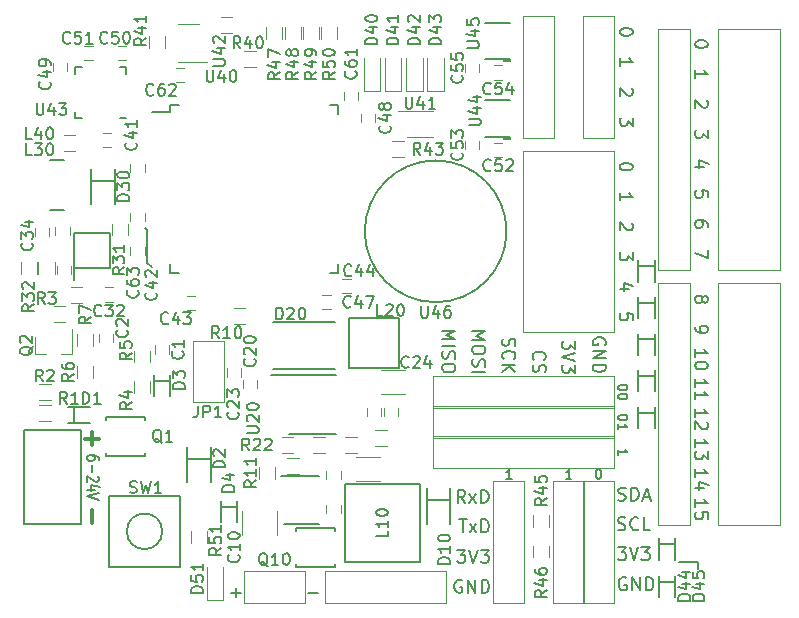
<source format=gto>
G04 #@! TF.GenerationSoftware,KiCad,Pcbnew,no-vcs-found-9b4eddb~60~ubuntu16.04.1*
G04 #@! TF.CreationDate,2018-01-28T21:35:27+01:00*
G04 #@! TF.ProjectId,Hedgehog,4865646765686F672E6B696361645F70,1.0*
G04 #@! TF.SameCoordinates,PX7270e00PY47868c0*
G04 #@! TF.FileFunction,Legend,Top*
G04 #@! TF.FilePolarity,Positive*
%FSLAX46Y46*%
G04 Gerber Fmt 4.6, Leading zero omitted, Abs format (unit mm)*
G04 Created by KiCad (PCBNEW no-vcs-found-9b4eddb~60~ubuntu16.04.1) date Sun Jan 28 21:35:27 2018*
%MOMM*%
%LPD*%
G01*
G04 APERTURE LIST*
%ADD10C,0.200000*%
%ADD11C,0.150000*%
%ADD12C,0.350000*%
%ADD13C,0.120000*%
%ADD14C,0.050000*%
G04 APERTURE END LIST*
D10*
X57650000Y-52150000D02*
X56050000Y-52150000D01*
X57650000Y-52750000D02*
X57650000Y-52150000D01*
X52146440Y-31645700D02*
X52146440Y-31121891D01*
X51622631Y-31069510D01*
X51675012Y-31121891D01*
X51727393Y-31226653D01*
X51727393Y-31488557D01*
X51675012Y-31593319D01*
X51622631Y-31645700D01*
X51517869Y-31698081D01*
X51255964Y-31698081D01*
X51151202Y-31645700D01*
X51098821Y-31593319D01*
X51046440Y-31488557D01*
X51046440Y-31226653D01*
X51098821Y-31121891D01*
X51151202Y-31069510D01*
X51779774Y-29053319D02*
X51046440Y-29053319D01*
X52198821Y-28791415D02*
X51413107Y-28529510D01*
X51413107Y-29210462D01*
D11*
X51688095Y-37330952D02*
X51688095Y-37407142D01*
X51650000Y-37483333D01*
X51611904Y-37521428D01*
X51535714Y-37559523D01*
X51383333Y-37597619D01*
X51192857Y-37597619D01*
X51040476Y-37559523D01*
X50964285Y-37521428D01*
X50926190Y-37483333D01*
X50888095Y-37407142D01*
X50888095Y-37330952D01*
X50926190Y-37254761D01*
X50964285Y-37216666D01*
X51040476Y-37178571D01*
X51192857Y-37140476D01*
X51383333Y-37140476D01*
X51535714Y-37178571D01*
X51611904Y-37216666D01*
X51650000Y-37254761D01*
X51688095Y-37330952D01*
X51688095Y-38092857D02*
X51688095Y-38169047D01*
X51650000Y-38245238D01*
X51611904Y-38283333D01*
X51535714Y-38321428D01*
X51383333Y-38359523D01*
X51192857Y-38359523D01*
X51040476Y-38321428D01*
X50964285Y-38283333D01*
X50926190Y-38245238D01*
X50888095Y-38169047D01*
X50888095Y-38092857D01*
X50926190Y-38016666D01*
X50964285Y-37978571D01*
X51040476Y-37940476D01*
X51192857Y-37902380D01*
X51383333Y-37902380D01*
X51535714Y-37940476D01*
X51611904Y-37978571D01*
X51650000Y-38016666D01*
X51688095Y-38092857D01*
X51688095Y-39880952D02*
X51688095Y-39957142D01*
X51650000Y-40033333D01*
X51611904Y-40071428D01*
X51535714Y-40109523D01*
X51383333Y-40147619D01*
X51192857Y-40147619D01*
X51040476Y-40109523D01*
X50964285Y-40071428D01*
X50926190Y-40033333D01*
X50888095Y-39957142D01*
X50888095Y-39880952D01*
X50926190Y-39804761D01*
X50964285Y-39766666D01*
X51040476Y-39728571D01*
X51192857Y-39690476D01*
X51383333Y-39690476D01*
X51535714Y-39728571D01*
X51611904Y-39766666D01*
X51650000Y-39804761D01*
X51688095Y-39880952D01*
X50888095Y-40909523D02*
X50888095Y-40452380D01*
X50888095Y-40680952D02*
X51688095Y-40680952D01*
X51573809Y-40604761D01*
X51497619Y-40528571D01*
X51459523Y-40452380D01*
X50888095Y-43078571D02*
X50888095Y-42621428D01*
X50888095Y-42850000D02*
X51688095Y-42850000D01*
X51573809Y-42773809D01*
X51497619Y-42697619D01*
X51459523Y-42621428D01*
D10*
X25519047Y-54728571D02*
X24680952Y-54728571D01*
X18130952Y-54728571D02*
X18969047Y-54728571D01*
X18550000Y-55147619D02*
X18550000Y-54309523D01*
X6947619Y-43502380D02*
X6947619Y-43350000D01*
X6900000Y-43273809D01*
X6852380Y-43235714D01*
X6709523Y-43159523D01*
X6519047Y-43121428D01*
X6138095Y-43121428D01*
X6042857Y-43159523D01*
X5995238Y-43197619D01*
X5947619Y-43273809D01*
X5947619Y-43426190D01*
X5995238Y-43502380D01*
X6042857Y-43540476D01*
X6138095Y-43578571D01*
X6376190Y-43578571D01*
X6471428Y-43540476D01*
X6519047Y-43502380D01*
X6566666Y-43426190D01*
X6566666Y-43273809D01*
X6519047Y-43197619D01*
X6471428Y-43159523D01*
X6376190Y-43121428D01*
X6328571Y-43921428D02*
X6328571Y-44530952D01*
X6852380Y-44873809D02*
X6900000Y-44911904D01*
X6947619Y-44988095D01*
X6947619Y-45178571D01*
X6900000Y-45254761D01*
X6852380Y-45292857D01*
X6757142Y-45330952D01*
X6661904Y-45330952D01*
X6519047Y-45292857D01*
X5947619Y-44835714D01*
X5947619Y-45330952D01*
X6614285Y-46016666D02*
X5947619Y-46016666D01*
X6995238Y-45826190D02*
X6280952Y-45635714D01*
X6280952Y-46130952D01*
X6947619Y-46321428D02*
X5947619Y-46588095D01*
X6947619Y-46854761D01*
D12*
X6921428Y-41707142D02*
X5778571Y-41707142D01*
X6350000Y-42278571D02*
X6350000Y-41135714D01*
X6357142Y-47728571D02*
X6357142Y-48871428D01*
D10*
X11050000Y-24050000D02*
X10850000Y-23850000D01*
X11050000Y-26800000D02*
X11050000Y-24050000D01*
X11450000Y-27200000D02*
X11050000Y-26800000D01*
D11*
X41878571Y-45111904D02*
X41421428Y-45111904D01*
X41650000Y-45111904D02*
X41650000Y-44311904D01*
X41573809Y-44426190D01*
X41497619Y-44502380D01*
X41421428Y-44540476D01*
X46928571Y-45111904D02*
X46471428Y-45111904D01*
X46700000Y-45111904D02*
X46700000Y-44311904D01*
X46623809Y-44426190D01*
X46547619Y-44502380D01*
X46471428Y-44540476D01*
X49211904Y-44311904D02*
X49288095Y-44311904D01*
X49364285Y-44350000D01*
X49402380Y-44388095D01*
X49440476Y-44464285D01*
X49478571Y-44616666D01*
X49478571Y-44807142D01*
X49440476Y-44959523D01*
X49402380Y-45035714D01*
X49364285Y-45073809D01*
X49288095Y-45111904D01*
X49211904Y-45111904D01*
X49135714Y-45073809D01*
X49097619Y-45035714D01*
X49059523Y-44959523D01*
X49021428Y-44807142D01*
X49021428Y-44616666D01*
X49059523Y-44464285D01*
X49097619Y-44388095D01*
X49135714Y-44350000D01*
X49211904Y-44311904D01*
D10*
X51046440Y-21538081D02*
X51046440Y-20909510D01*
X51046440Y-21223796D02*
X52146440Y-21223796D01*
X51989298Y-21119034D01*
X51884536Y-21014272D01*
X51832155Y-20909510D01*
X52146440Y-18631415D02*
X52146440Y-18736176D01*
X52094060Y-18840938D01*
X52041679Y-18893319D01*
X51936917Y-18945700D01*
X51727393Y-18998081D01*
X51465488Y-18998081D01*
X51255964Y-18945700D01*
X51151202Y-18893319D01*
X51098821Y-18840938D01*
X51046440Y-18736176D01*
X51046440Y-18631415D01*
X51098821Y-18526653D01*
X51151202Y-18474272D01*
X51255964Y-18421891D01*
X51465488Y-18369510D01*
X51727393Y-18369510D01*
X51936917Y-18421891D01*
X52041679Y-18474272D01*
X52094060Y-18526653D01*
X52146440Y-18631415D01*
X52041679Y-23449510D02*
X52094060Y-23501891D01*
X52146440Y-23606653D01*
X52146440Y-23868557D01*
X52094060Y-23973319D01*
X52041679Y-24025700D01*
X51936917Y-24078081D01*
X51832155Y-24078081D01*
X51675012Y-24025700D01*
X51046440Y-23397129D01*
X51046440Y-24078081D01*
X52146440Y-25937129D02*
X52146440Y-26618081D01*
X51727393Y-26251415D01*
X51727393Y-26408557D01*
X51675012Y-26513319D01*
X51622631Y-26565700D01*
X51517869Y-26618081D01*
X51255964Y-26618081D01*
X51151202Y-26565700D01*
X51098821Y-26513319D01*
X51046440Y-26408557D01*
X51046440Y-26094272D01*
X51098821Y-25989510D01*
X51151202Y-25937129D01*
X52152094Y-14518267D02*
X52152094Y-15199219D01*
X51733047Y-14832553D01*
X51733047Y-14989695D01*
X51680666Y-15094457D01*
X51628285Y-15146838D01*
X51523523Y-15199219D01*
X51261618Y-15199219D01*
X51156856Y-15146838D01*
X51104475Y-15094457D01*
X51052094Y-14989695D01*
X51052094Y-14675410D01*
X51104475Y-14570648D01*
X51156856Y-14518267D01*
X52047333Y-12030648D02*
X52099714Y-12083029D01*
X52152094Y-12187791D01*
X52152094Y-12449695D01*
X52099714Y-12554457D01*
X52047333Y-12606838D01*
X51942571Y-12659219D01*
X51837809Y-12659219D01*
X51680666Y-12606838D01*
X51052094Y-11978267D01*
X51052094Y-12659219D01*
X51052094Y-10119219D02*
X51052094Y-9490648D01*
X51052094Y-9804934D02*
X52152094Y-9804934D01*
X51994952Y-9700172D01*
X51890190Y-9595410D01*
X51837809Y-9490648D01*
X52152094Y-7212553D02*
X52152094Y-7317314D01*
X52099714Y-7422076D01*
X52047333Y-7474457D01*
X51942571Y-7526838D01*
X51733047Y-7579219D01*
X51471142Y-7579219D01*
X51261618Y-7526838D01*
X51156856Y-7474457D01*
X51104475Y-7422076D01*
X51052094Y-7317314D01*
X51052094Y-7212553D01*
X51104475Y-7107791D01*
X51156856Y-7055410D01*
X51261618Y-7003029D01*
X51471142Y-6950648D01*
X51733047Y-6950648D01*
X51942571Y-7003029D01*
X52047333Y-7055410D01*
X52099714Y-7107791D01*
X52152094Y-7212553D01*
X50914285Y-46895238D02*
X51071428Y-46947619D01*
X51333333Y-46947619D01*
X51438095Y-46895238D01*
X51490476Y-46842857D01*
X51542857Y-46738095D01*
X51542857Y-46633333D01*
X51490476Y-46528571D01*
X51438095Y-46476190D01*
X51333333Y-46423809D01*
X51123809Y-46371428D01*
X51019047Y-46319047D01*
X50966666Y-46266666D01*
X50914285Y-46161904D01*
X50914285Y-46057142D01*
X50966666Y-45952380D01*
X51019047Y-45900000D01*
X51123809Y-45847619D01*
X51385714Y-45847619D01*
X51542857Y-45900000D01*
X52014285Y-46947619D02*
X52014285Y-45847619D01*
X52276190Y-45847619D01*
X52433333Y-45900000D01*
X52538095Y-46004761D01*
X52590476Y-46109523D01*
X52642857Y-46319047D01*
X52642857Y-46476190D01*
X52590476Y-46685714D01*
X52538095Y-46790476D01*
X52433333Y-46895238D01*
X52276190Y-46947619D01*
X52014285Y-46947619D01*
X53061904Y-46633333D02*
X53585714Y-46633333D01*
X52957142Y-46947619D02*
X53323809Y-45847619D01*
X53690476Y-46947619D01*
X50890476Y-49395238D02*
X51047619Y-49447619D01*
X51309523Y-49447619D01*
X51414285Y-49395238D01*
X51466666Y-49342857D01*
X51519047Y-49238095D01*
X51519047Y-49133333D01*
X51466666Y-49028571D01*
X51414285Y-48976190D01*
X51309523Y-48923809D01*
X51100000Y-48871428D01*
X50995238Y-48819047D01*
X50942857Y-48766666D01*
X50890476Y-48661904D01*
X50890476Y-48557142D01*
X50942857Y-48452380D01*
X50995238Y-48400000D01*
X51100000Y-48347619D01*
X51361904Y-48347619D01*
X51519047Y-48400000D01*
X52619047Y-49342857D02*
X52566666Y-49395238D01*
X52409523Y-49447619D01*
X52304761Y-49447619D01*
X52147619Y-49395238D01*
X52042857Y-49290476D01*
X51990476Y-49185714D01*
X51938095Y-48976190D01*
X51938095Y-48819047D01*
X51990476Y-48609523D01*
X52042857Y-48504761D01*
X52147619Y-48400000D01*
X52304761Y-48347619D01*
X52409523Y-48347619D01*
X52566666Y-48400000D01*
X52619047Y-48452380D01*
X53614285Y-49447619D02*
X53090476Y-49447619D01*
X53090476Y-48347619D01*
X50888095Y-50897619D02*
X51569047Y-50897619D01*
X51202380Y-51316666D01*
X51359523Y-51316666D01*
X51464285Y-51369047D01*
X51516666Y-51421428D01*
X51569047Y-51526190D01*
X51569047Y-51788095D01*
X51516666Y-51892857D01*
X51464285Y-51945238D01*
X51359523Y-51997619D01*
X51045238Y-51997619D01*
X50940476Y-51945238D01*
X50888095Y-51892857D01*
X51883333Y-50897619D02*
X52250000Y-51997619D01*
X52616666Y-50897619D01*
X52878571Y-50897619D02*
X53559523Y-50897619D01*
X53192857Y-51316666D01*
X53350000Y-51316666D01*
X53454761Y-51369047D01*
X53507142Y-51421428D01*
X53559523Y-51526190D01*
X53559523Y-51788095D01*
X53507142Y-51892857D01*
X53454761Y-51945238D01*
X53350000Y-51997619D01*
X53035714Y-51997619D01*
X52930952Y-51945238D01*
X52878571Y-51892857D01*
X51561904Y-53500000D02*
X51457142Y-53447619D01*
X51300000Y-53447619D01*
X51142857Y-53500000D01*
X51038095Y-53604761D01*
X50985714Y-53709523D01*
X50933333Y-53919047D01*
X50933333Y-54076190D01*
X50985714Y-54285714D01*
X51038095Y-54390476D01*
X51142857Y-54495238D01*
X51300000Y-54547619D01*
X51404761Y-54547619D01*
X51561904Y-54495238D01*
X51614285Y-54442857D01*
X51614285Y-54076190D01*
X51404761Y-54076190D01*
X52085714Y-54547619D02*
X52085714Y-53447619D01*
X52714285Y-54547619D01*
X52714285Y-53447619D01*
X53238095Y-54547619D02*
X53238095Y-53447619D01*
X53500000Y-53447619D01*
X53657142Y-53500000D01*
X53761904Y-53604761D01*
X53814285Y-53709523D01*
X53866666Y-53919047D01*
X53866666Y-54076190D01*
X53814285Y-54285714D01*
X53761904Y-54390476D01*
X53657142Y-54495238D01*
X53500000Y-54547619D01*
X53238095Y-54547619D01*
X37945238Y-47147619D02*
X37578571Y-46623809D01*
X37316666Y-47147619D02*
X37316666Y-46047619D01*
X37735714Y-46047619D01*
X37840476Y-46100000D01*
X37892857Y-46152380D01*
X37945238Y-46257142D01*
X37945238Y-46414285D01*
X37892857Y-46519047D01*
X37840476Y-46571428D01*
X37735714Y-46623809D01*
X37316666Y-46623809D01*
X38311904Y-47147619D02*
X38888095Y-46414285D01*
X38311904Y-46414285D02*
X38888095Y-47147619D01*
X39307142Y-47147619D02*
X39307142Y-46047619D01*
X39569047Y-46047619D01*
X39726190Y-46100000D01*
X39830952Y-46204761D01*
X39883333Y-46309523D01*
X39935714Y-46519047D01*
X39935714Y-46676190D01*
X39883333Y-46885714D01*
X39830952Y-46990476D01*
X39726190Y-47095238D01*
X39569047Y-47147619D01*
X39307142Y-47147619D01*
X37440476Y-48547619D02*
X38069047Y-48547619D01*
X37754761Y-49647619D02*
X37754761Y-48547619D01*
X38330952Y-49647619D02*
X38907142Y-48914285D01*
X38330952Y-48914285D02*
X38907142Y-49647619D01*
X39326190Y-49647619D02*
X39326190Y-48547619D01*
X39588095Y-48547619D01*
X39745238Y-48600000D01*
X39850000Y-48704761D01*
X39902380Y-48809523D01*
X39954761Y-49019047D01*
X39954761Y-49176190D01*
X39902380Y-49385714D01*
X39850000Y-49490476D01*
X39745238Y-49595238D01*
X39588095Y-49647619D01*
X39326190Y-49647619D01*
X37288095Y-51097619D02*
X37969047Y-51097619D01*
X37602380Y-51516666D01*
X37759523Y-51516666D01*
X37864285Y-51569047D01*
X37916666Y-51621428D01*
X37969047Y-51726190D01*
X37969047Y-51988095D01*
X37916666Y-52092857D01*
X37864285Y-52145238D01*
X37759523Y-52197619D01*
X37445238Y-52197619D01*
X37340476Y-52145238D01*
X37288095Y-52092857D01*
X38283333Y-51097619D02*
X38650000Y-52197619D01*
X39016666Y-51097619D01*
X39278571Y-51097619D02*
X39959523Y-51097619D01*
X39592857Y-51516666D01*
X39750000Y-51516666D01*
X39854761Y-51569047D01*
X39907142Y-51621428D01*
X39959523Y-51726190D01*
X39959523Y-51988095D01*
X39907142Y-52092857D01*
X39854761Y-52145238D01*
X39750000Y-52197619D01*
X39435714Y-52197619D01*
X39330952Y-52145238D01*
X39278571Y-52092857D01*
X37661904Y-53700000D02*
X37557142Y-53647619D01*
X37400000Y-53647619D01*
X37242857Y-53700000D01*
X37138095Y-53804761D01*
X37085714Y-53909523D01*
X37033333Y-54119047D01*
X37033333Y-54276190D01*
X37085714Y-54485714D01*
X37138095Y-54590476D01*
X37242857Y-54695238D01*
X37400000Y-54747619D01*
X37504761Y-54747619D01*
X37661904Y-54695238D01*
X37714285Y-54642857D01*
X37714285Y-54276190D01*
X37504761Y-54276190D01*
X38185714Y-54747619D02*
X38185714Y-53647619D01*
X38814285Y-54747619D01*
X38814285Y-53647619D01*
X39338095Y-54747619D02*
X39338095Y-53647619D01*
X39600000Y-53647619D01*
X39757142Y-53700000D01*
X39861904Y-53804761D01*
X39914285Y-53909523D01*
X39966666Y-54119047D01*
X39966666Y-54276190D01*
X39914285Y-54485714D01*
X39861904Y-54590476D01*
X39757142Y-54695238D01*
X39600000Y-54747619D01*
X39338095Y-54747619D01*
X36002380Y-32571428D02*
X37102380Y-32571428D01*
X36316666Y-32938095D01*
X37102380Y-33304761D01*
X36002380Y-33304761D01*
X36002380Y-33828571D02*
X37102380Y-33828571D01*
X36054761Y-34300000D02*
X36002380Y-34457142D01*
X36002380Y-34719047D01*
X36054761Y-34823809D01*
X36107142Y-34876190D01*
X36211904Y-34928571D01*
X36316666Y-34928571D01*
X36421428Y-34876190D01*
X36473809Y-34823809D01*
X36526190Y-34719047D01*
X36578571Y-34509523D01*
X36630952Y-34404761D01*
X36683333Y-34352380D01*
X36788095Y-34300000D01*
X36892857Y-34300000D01*
X36997619Y-34352380D01*
X37050000Y-34404761D01*
X37102380Y-34509523D01*
X37102380Y-34771428D01*
X37050000Y-34928571D01*
X37102380Y-35609523D02*
X37102380Y-35819047D01*
X37050000Y-35923809D01*
X36945238Y-36028571D01*
X36735714Y-36080952D01*
X36369047Y-36080952D01*
X36159523Y-36028571D01*
X36054761Y-35923809D01*
X36002380Y-35819047D01*
X36002380Y-35609523D01*
X36054761Y-35504761D01*
X36159523Y-35400000D01*
X36369047Y-35347619D01*
X36735714Y-35347619D01*
X36945238Y-35400000D01*
X37050000Y-35504761D01*
X37102380Y-35609523D01*
X38552380Y-32621428D02*
X39652380Y-32621428D01*
X38866666Y-32988095D01*
X39652380Y-33354761D01*
X38552380Y-33354761D01*
X39652380Y-34088095D02*
X39652380Y-34297619D01*
X39600000Y-34402380D01*
X39495238Y-34507142D01*
X39285714Y-34559523D01*
X38919047Y-34559523D01*
X38709523Y-34507142D01*
X38604761Y-34402380D01*
X38552380Y-34297619D01*
X38552380Y-34088095D01*
X38604761Y-33983333D01*
X38709523Y-33878571D01*
X38919047Y-33826190D01*
X39285714Y-33826190D01*
X39495238Y-33878571D01*
X39600000Y-33983333D01*
X39652380Y-34088095D01*
X38604761Y-34978571D02*
X38552380Y-35135714D01*
X38552380Y-35397619D01*
X38604761Y-35502380D01*
X38657142Y-35554761D01*
X38761904Y-35607142D01*
X38866666Y-35607142D01*
X38971428Y-35554761D01*
X39023809Y-35502380D01*
X39076190Y-35397619D01*
X39128571Y-35188095D01*
X39180952Y-35083333D01*
X39233333Y-35030952D01*
X39338095Y-34978571D01*
X39442857Y-34978571D01*
X39547619Y-35030952D01*
X39600000Y-35083333D01*
X39652380Y-35188095D01*
X39652380Y-35450000D01*
X39600000Y-35607142D01*
X38552380Y-36078571D02*
X39652380Y-36078571D01*
X41154761Y-33235714D02*
X41102380Y-33392857D01*
X41102380Y-33654761D01*
X41154761Y-33759523D01*
X41207142Y-33811904D01*
X41311904Y-33864285D01*
X41416666Y-33864285D01*
X41521428Y-33811904D01*
X41573809Y-33759523D01*
X41626190Y-33654761D01*
X41678571Y-33445238D01*
X41730952Y-33340476D01*
X41783333Y-33288095D01*
X41888095Y-33235714D01*
X41992857Y-33235714D01*
X42097619Y-33288095D01*
X42150000Y-33340476D01*
X42202380Y-33445238D01*
X42202380Y-33707142D01*
X42150000Y-33864285D01*
X41207142Y-34964285D02*
X41154761Y-34911904D01*
X41102380Y-34754761D01*
X41102380Y-34650000D01*
X41154761Y-34492857D01*
X41259523Y-34388095D01*
X41364285Y-34335714D01*
X41573809Y-34283333D01*
X41730952Y-34283333D01*
X41940476Y-34335714D01*
X42045238Y-34388095D01*
X42150000Y-34492857D01*
X42202380Y-34650000D01*
X42202380Y-34754761D01*
X42150000Y-34911904D01*
X42097619Y-34964285D01*
X41102380Y-35435714D02*
X42202380Y-35435714D01*
X41102380Y-36064285D02*
X41730952Y-35592857D01*
X42202380Y-36064285D02*
X41573809Y-35435714D01*
X43757142Y-35016666D02*
X43704761Y-34964285D01*
X43652380Y-34807142D01*
X43652380Y-34702380D01*
X43704761Y-34545238D01*
X43809523Y-34440476D01*
X43914285Y-34388095D01*
X44123809Y-34335714D01*
X44280952Y-34335714D01*
X44490476Y-34388095D01*
X44595238Y-34440476D01*
X44700000Y-34545238D01*
X44752380Y-34702380D01*
X44752380Y-34807142D01*
X44700000Y-34964285D01*
X44647619Y-35016666D01*
X43704761Y-35435714D02*
X43652380Y-35592857D01*
X43652380Y-35854761D01*
X43704761Y-35959523D01*
X43757142Y-36011904D01*
X43861904Y-36064285D01*
X43966666Y-36064285D01*
X44071428Y-36011904D01*
X44123809Y-35959523D01*
X44176190Y-35854761D01*
X44228571Y-35645238D01*
X44280952Y-35540476D01*
X44333333Y-35488095D01*
X44438095Y-35435714D01*
X44542857Y-35435714D01*
X44647619Y-35488095D01*
X44700000Y-35540476D01*
X44752380Y-35645238D01*
X44752380Y-35907142D01*
X44700000Y-36064285D01*
X47252380Y-33438095D02*
X47252380Y-34119047D01*
X46833333Y-33752380D01*
X46833333Y-33909523D01*
X46780952Y-34014285D01*
X46728571Y-34066666D01*
X46623809Y-34119047D01*
X46361904Y-34119047D01*
X46257142Y-34066666D01*
X46204761Y-34014285D01*
X46152380Y-33909523D01*
X46152380Y-33595238D01*
X46204761Y-33490476D01*
X46257142Y-33438095D01*
X47252380Y-34433333D02*
X46152380Y-34800000D01*
X47252380Y-35166666D01*
X47252380Y-35428571D02*
X47252380Y-36109523D01*
X46833333Y-35742857D01*
X46833333Y-35900000D01*
X46780952Y-36004761D01*
X46728571Y-36057142D01*
X46623809Y-36109523D01*
X46361904Y-36109523D01*
X46257142Y-36057142D01*
X46204761Y-36004761D01*
X46152380Y-35900000D01*
X46152380Y-35585714D01*
X46204761Y-35480952D01*
X46257142Y-35428571D01*
X49800000Y-33761904D02*
X49852380Y-33657142D01*
X49852380Y-33500000D01*
X49800000Y-33342857D01*
X49695238Y-33238095D01*
X49590476Y-33185714D01*
X49380952Y-33133333D01*
X49223809Y-33133333D01*
X49014285Y-33185714D01*
X48909523Y-33238095D01*
X48804761Y-33342857D01*
X48752380Y-33500000D01*
X48752380Y-33604761D01*
X48804761Y-33761904D01*
X48857142Y-33814285D01*
X49223809Y-33814285D01*
X49223809Y-33604761D01*
X48752380Y-34285714D02*
X49852380Y-34285714D01*
X48752380Y-34914285D01*
X49852380Y-34914285D01*
X48752380Y-35438095D02*
X49852380Y-35438095D01*
X49852380Y-35700000D01*
X49800000Y-35857142D01*
X49695238Y-35961904D01*
X49590476Y-36014285D01*
X49380952Y-36066666D01*
X49223809Y-36066666D01*
X49014285Y-36014285D01*
X48909523Y-35961904D01*
X48804761Y-35857142D01*
X48752380Y-35700000D01*
X48752380Y-35438095D01*
X57402380Y-47470476D02*
X57402380Y-46841904D01*
X57402380Y-47156190D02*
X58502380Y-47156190D01*
X58345238Y-47051428D01*
X58240476Y-46946666D01*
X58188095Y-46841904D01*
X58502380Y-48465714D02*
X58502380Y-47941904D01*
X57978571Y-47889523D01*
X58030952Y-47941904D01*
X58083333Y-48046666D01*
X58083333Y-48308571D01*
X58030952Y-48413333D01*
X57978571Y-48465714D01*
X57873809Y-48518095D01*
X57611904Y-48518095D01*
X57507142Y-48465714D01*
X57454761Y-48413333D01*
X57402380Y-48308571D01*
X57402380Y-48046666D01*
X57454761Y-47941904D01*
X57507142Y-47889523D01*
X57402380Y-44930476D02*
X57402380Y-44301904D01*
X57402380Y-44616190D02*
X58502380Y-44616190D01*
X58345238Y-44511428D01*
X58240476Y-44406666D01*
X58188095Y-44301904D01*
X58135714Y-45873333D02*
X57402380Y-45873333D01*
X58554761Y-45611428D02*
X57769047Y-45349523D01*
X57769047Y-46030476D01*
X57402380Y-42390476D02*
X57402380Y-41761904D01*
X57402380Y-42076190D02*
X58502380Y-42076190D01*
X58345238Y-41971428D01*
X58240476Y-41866666D01*
X58188095Y-41761904D01*
X58502380Y-42757142D02*
X58502380Y-43438095D01*
X58083333Y-43071428D01*
X58083333Y-43228571D01*
X58030952Y-43333333D01*
X57978571Y-43385714D01*
X57873809Y-43438095D01*
X57611904Y-43438095D01*
X57507142Y-43385714D01*
X57454761Y-43333333D01*
X57402380Y-43228571D01*
X57402380Y-42914285D01*
X57454761Y-42809523D01*
X57507142Y-42757142D01*
X57402380Y-39850476D02*
X57402380Y-39221904D01*
X57402380Y-39536190D02*
X58502380Y-39536190D01*
X58345238Y-39431428D01*
X58240476Y-39326666D01*
X58188095Y-39221904D01*
X58397619Y-40269523D02*
X58450000Y-40321904D01*
X58502380Y-40426666D01*
X58502380Y-40688571D01*
X58450000Y-40793333D01*
X58397619Y-40845714D01*
X58292857Y-40898095D01*
X58188095Y-40898095D01*
X58030952Y-40845714D01*
X57402380Y-40217142D01*
X57402380Y-40898095D01*
X57402380Y-37310476D02*
X57402380Y-36681904D01*
X57402380Y-36996190D02*
X58502380Y-36996190D01*
X58345238Y-36891428D01*
X58240476Y-36786666D01*
X58188095Y-36681904D01*
X57402380Y-38358095D02*
X57402380Y-37729523D01*
X57402380Y-38043809D02*
X58502380Y-38043809D01*
X58345238Y-37939047D01*
X58240476Y-37834285D01*
X58188095Y-37729523D01*
X57402380Y-34770476D02*
X57402380Y-34141904D01*
X57402380Y-34456190D02*
X58502380Y-34456190D01*
X58345238Y-34351428D01*
X58240476Y-34246666D01*
X58188095Y-34141904D01*
X58502380Y-35451428D02*
X58502380Y-35556190D01*
X58450000Y-35660952D01*
X58397619Y-35713333D01*
X58292857Y-35765714D01*
X58083333Y-35818095D01*
X57821428Y-35818095D01*
X57611904Y-35765714D01*
X57507142Y-35713333D01*
X57454761Y-35660952D01*
X57402380Y-35556190D01*
X57402380Y-35451428D01*
X57454761Y-35346666D01*
X57507142Y-35294285D01*
X57611904Y-35241904D01*
X57821428Y-35189523D01*
X58083333Y-35189523D01*
X58292857Y-35241904D01*
X58397619Y-35294285D01*
X58450000Y-35346666D01*
X58502380Y-35451428D01*
X57402380Y-32230476D02*
X57402380Y-32440000D01*
X57454761Y-32544761D01*
X57507142Y-32597142D01*
X57664285Y-32701904D01*
X57873809Y-32754285D01*
X58292857Y-32754285D01*
X58397619Y-32701904D01*
X58450000Y-32649523D01*
X58502380Y-32544761D01*
X58502380Y-32335238D01*
X58450000Y-32230476D01*
X58397619Y-32178095D01*
X58292857Y-32125714D01*
X58030952Y-32125714D01*
X57926190Y-32178095D01*
X57873809Y-32230476D01*
X57821428Y-32335238D01*
X57821428Y-32544761D01*
X57873809Y-32649523D01*
X57926190Y-32701904D01*
X58030952Y-32754285D01*
X58030952Y-29795238D02*
X58083333Y-29690476D01*
X58135714Y-29638095D01*
X58240476Y-29585714D01*
X58292857Y-29585714D01*
X58397619Y-29638095D01*
X58450000Y-29690476D01*
X58502380Y-29795238D01*
X58502380Y-30004761D01*
X58450000Y-30109523D01*
X58397619Y-30161904D01*
X58292857Y-30214285D01*
X58240476Y-30214285D01*
X58135714Y-30161904D01*
X58083333Y-30109523D01*
X58030952Y-30004761D01*
X58030952Y-29795238D01*
X57978571Y-29690476D01*
X57926190Y-29638095D01*
X57821428Y-29585714D01*
X57611904Y-29585714D01*
X57507142Y-29638095D01*
X57454761Y-29690476D01*
X57402380Y-29795238D01*
X57402380Y-30004761D01*
X57454761Y-30109523D01*
X57507142Y-30161904D01*
X57611904Y-30214285D01*
X57821428Y-30214285D01*
X57926190Y-30161904D01*
X57978571Y-30109523D01*
X58030952Y-30004761D01*
X58502380Y-25713333D02*
X58502380Y-26446666D01*
X57402380Y-25975238D01*
X58502380Y-23749523D02*
X58502380Y-23540000D01*
X58450000Y-23435238D01*
X58397619Y-23382857D01*
X58240476Y-23278095D01*
X58030952Y-23225714D01*
X57611904Y-23225714D01*
X57507142Y-23278095D01*
X57454761Y-23330476D01*
X57402380Y-23435238D01*
X57402380Y-23644761D01*
X57454761Y-23749523D01*
X57507142Y-23801904D01*
X57611904Y-23854285D01*
X57873809Y-23854285D01*
X57978571Y-23801904D01*
X58030952Y-23749523D01*
X58083333Y-23644761D01*
X58083333Y-23435238D01*
X58030952Y-23330476D01*
X57978571Y-23278095D01*
X57873809Y-23225714D01*
X58502380Y-21261904D02*
X58502380Y-20738095D01*
X57978571Y-20685714D01*
X58030952Y-20738095D01*
X58083333Y-20842857D01*
X58083333Y-21104761D01*
X58030952Y-21209523D01*
X57978571Y-21261904D01*
X57873809Y-21314285D01*
X57611904Y-21314285D01*
X57507142Y-21261904D01*
X57454761Y-21209523D01*
X57402380Y-21104761D01*
X57402380Y-20842857D01*
X57454761Y-20738095D01*
X57507142Y-20685714D01*
X58135714Y-18669523D02*
X57402380Y-18669523D01*
X58554761Y-18407619D02*
X57769047Y-18145714D01*
X57769047Y-18826666D01*
X58502380Y-15553333D02*
X58502380Y-16234285D01*
X58083333Y-15867619D01*
X58083333Y-16024761D01*
X58030952Y-16129523D01*
X57978571Y-16181904D01*
X57873809Y-16234285D01*
X57611904Y-16234285D01*
X57507142Y-16181904D01*
X57454761Y-16129523D01*
X57402380Y-16024761D01*
X57402380Y-15710476D01*
X57454761Y-15605714D01*
X57507142Y-15553333D01*
X58397619Y-13065714D02*
X58450000Y-13118095D01*
X58502380Y-13222857D01*
X58502380Y-13484761D01*
X58450000Y-13589523D01*
X58397619Y-13641904D01*
X58292857Y-13694285D01*
X58188095Y-13694285D01*
X58030952Y-13641904D01*
X57402380Y-13013333D01*
X57402380Y-13694285D01*
X57402380Y-11154285D02*
X57402380Y-10525714D01*
X57402380Y-10840000D02*
X58502380Y-10840000D01*
X58345238Y-10735238D01*
X58240476Y-10630476D01*
X58188095Y-10525714D01*
X58502380Y-8247619D02*
X58502380Y-8352380D01*
X58450000Y-8457142D01*
X58397619Y-8509523D01*
X58292857Y-8561904D01*
X58083333Y-8614285D01*
X57821428Y-8614285D01*
X57611904Y-8561904D01*
X57507142Y-8509523D01*
X57454761Y-8457142D01*
X57402380Y-8352380D01*
X57402380Y-8247619D01*
X57454761Y-8142857D01*
X57507142Y-8090476D01*
X57611904Y-8038095D01*
X57821428Y-7985714D01*
X58083333Y-7985714D01*
X58292857Y-8038095D01*
X58397619Y-8090476D01*
X58450000Y-8142857D01*
X58502380Y-8247619D01*
D13*
X18250000Y-7380000D02*
X17250000Y-7380000D01*
X17250000Y-6020000D02*
X18250000Y-6020000D01*
D11*
X600000Y-48900000D02*
X5400000Y-48900000D01*
X600000Y-40950000D02*
X5400000Y-40950000D01*
X5400000Y-48900000D02*
X5400000Y-40950000D01*
X600000Y-48900000D02*
X600000Y-40950000D01*
X7550000Y-39850000D02*
X10850000Y-39850000D01*
X7550000Y-43150000D02*
X10850000Y-43150000D01*
X10850000Y-43150000D02*
X10850000Y-42900000D01*
X7550000Y-43150000D02*
X7550000Y-42900000D01*
X7550000Y-40100000D02*
X7550000Y-39850000D01*
X10850000Y-40100000D02*
X10850000Y-39850000D01*
X16400000Y-45400000D02*
X16400000Y-42400000D01*
X14400000Y-45400000D02*
X14400000Y-42400000D01*
X16400000Y-43400000D02*
X14400000Y-43400000D01*
X26900000Y-49500000D02*
X26900000Y-49250000D01*
X23600000Y-49500000D02*
X23600000Y-49250000D01*
X23600000Y-52550000D02*
X23600000Y-52300000D01*
X26900000Y-52550000D02*
X26900000Y-52300000D01*
X23600000Y-52550000D02*
X26900000Y-52550000D01*
X23600000Y-49250000D02*
X26900000Y-49250000D01*
X27000000Y-41300000D02*
X23000000Y-41300000D01*
D14*
X23000000Y-41300000D02*
X23000000Y-41300000D01*
D11*
X27000000Y-36300000D02*
X21500000Y-36300000D01*
X41750000Y-16300000D02*
X41750000Y-16150000D01*
X41250000Y-16300000D02*
X41750000Y-16300000D01*
X41250000Y-16150000D02*
X41250000Y-16300000D01*
X39650000Y-13050000D02*
X41750000Y-13050000D01*
X39650000Y-16150000D02*
X41750000Y-16150000D01*
X41750000Y-9750000D02*
X41750000Y-9600000D01*
X41250000Y-9750000D02*
X41750000Y-9750000D01*
X41250000Y-9600000D02*
X41250000Y-9750000D01*
X39650000Y-6500000D02*
X41750000Y-6500000D01*
X39650000Y-9600000D02*
X41750000Y-9600000D01*
D13*
X14870000Y-33420000D02*
X17530000Y-33420000D01*
X17530000Y-33420000D02*
X17530000Y-38620000D01*
X14870000Y-33420000D02*
X14870000Y-38620000D01*
X14870000Y-38620000D02*
X17530000Y-38620000D01*
X45500000Y-32710000D02*
X42840000Y-32710000D01*
X42840000Y-32710000D02*
X42840000Y-17350000D01*
X45500000Y-17350000D02*
X42840000Y-17350000D01*
X24420000Y-52920000D02*
X24420000Y-55580000D01*
X19220000Y-55580000D02*
X24420000Y-55580000D01*
X19220000Y-52920000D02*
X19220000Y-55580000D01*
X24420000Y-52920000D02*
X19220000Y-52920000D01*
X50580000Y-55580000D02*
X50580000Y-45300000D01*
X50580000Y-45300000D02*
X47920000Y-45300000D01*
X47920000Y-45300000D02*
X47920000Y-55580000D01*
X50580000Y-55580000D02*
X47920000Y-55580000D01*
X36330000Y-52920000D02*
X36330000Y-55580000D01*
X26050000Y-55580000D02*
X36330000Y-55580000D01*
X26050000Y-52920000D02*
X26050000Y-55580000D01*
X36330000Y-52920000D02*
X26050000Y-52920000D01*
X48040000Y-55580000D02*
X48040000Y-45300000D01*
X48040000Y-45300000D02*
X45380000Y-45300000D01*
X45380000Y-45300000D02*
X45380000Y-55580000D01*
X48040000Y-55580000D02*
X45380000Y-55580000D01*
X42960000Y-55580000D02*
X40300000Y-55580000D01*
X40300000Y-45300000D02*
X40300000Y-55580000D01*
X42960000Y-45300000D02*
X40300000Y-45300000D01*
X42960000Y-55580000D02*
X42960000Y-45300000D01*
X45500000Y-16230000D02*
X45500000Y-5950000D01*
X45500000Y-5950000D02*
X42840000Y-5950000D01*
X42840000Y-5950000D02*
X42840000Y-16230000D01*
X45500000Y-16230000D02*
X42840000Y-16230000D01*
X50580000Y-16230000D02*
X47920000Y-16230000D01*
X47920000Y-5950000D02*
X47920000Y-16230000D01*
X50580000Y-5950000D02*
X47920000Y-5950000D01*
X50580000Y-16230000D02*
X50580000Y-5950000D01*
X50580000Y-36430000D02*
X50580000Y-39090000D01*
X35220000Y-39090000D02*
X50580000Y-39090000D01*
X35220000Y-36430000D02*
X35220000Y-39090000D01*
X50580000Y-36430000D02*
X35220000Y-36430000D01*
X50580000Y-38970000D02*
X35220000Y-38970000D01*
X35220000Y-38970000D02*
X35220000Y-41630000D01*
X35220000Y-41630000D02*
X50580000Y-41630000D01*
X50580000Y-38970000D02*
X50580000Y-41630000D01*
X50580000Y-41510000D02*
X50580000Y-44170000D01*
X35220000Y-44170000D02*
X50580000Y-44170000D01*
X35220000Y-41510000D02*
X35220000Y-44170000D01*
X50580000Y-41510000D02*
X35220000Y-41510000D01*
X54290000Y-6990000D02*
X56950000Y-6990000D01*
X56950000Y-27430000D02*
X56950000Y-6990000D01*
X54290000Y-27430000D02*
X56950000Y-27430000D01*
X54290000Y-6990000D02*
X54290000Y-27430000D01*
X54290000Y-28560000D02*
X54290000Y-49000000D01*
X54290000Y-49000000D02*
X56950000Y-49000000D01*
X56950000Y-49000000D02*
X56950000Y-28560000D01*
X54290000Y-28560000D02*
X56950000Y-28560000D01*
X50580000Y-17350000D02*
X45380000Y-17350000D01*
X50580000Y-32710000D02*
X50580000Y-17350000D01*
X50580000Y-32710000D02*
X45380000Y-32710000D01*
X64570000Y-6990000D02*
X64570000Y-27430000D01*
X64570000Y-27430000D02*
X59370000Y-27430000D01*
X59370000Y-27430000D02*
X59370000Y-6990000D01*
X59370000Y-6990000D02*
X64570000Y-6990000D01*
X64570000Y-28560000D02*
X64570000Y-49000000D01*
X64570000Y-49000000D02*
X59370000Y-49000000D01*
X59370000Y-49000000D02*
X59370000Y-28560000D01*
X59370000Y-28560000D02*
X64570000Y-28560000D01*
X28700000Y-45270000D02*
X30700000Y-45270000D01*
X30700000Y-43230000D02*
X28700000Y-43230000D01*
D11*
X25600000Y-48900000D02*
X22600000Y-48900000D01*
X25600000Y-44900000D02*
X22350000Y-44900000D01*
X36700000Y-48900000D02*
X36700000Y-45900000D01*
X34700000Y-48900000D02*
X34700000Y-45900000D01*
X36700000Y-46900000D02*
X34700000Y-46900000D01*
D13*
X3950000Y-16020000D02*
X4950000Y-16020000D01*
X4950000Y-17380000D02*
X3950000Y-17380000D01*
D11*
X4951191Y-14567500D02*
X5476191Y-14567500D01*
X4951191Y-10267500D02*
X5476191Y-10267500D01*
X9251191Y-10267500D02*
X8726191Y-10267500D01*
X9251191Y-14567500D02*
X8726191Y-14567500D01*
X4951191Y-10267500D02*
X4951191Y-10792500D01*
X9251191Y-10267500D02*
X9251191Y-10792500D01*
X4951191Y-14567500D02*
X4951191Y-14042500D01*
D13*
X32750000Y-17880000D02*
X31750000Y-17880000D01*
X31750000Y-16520000D02*
X32750000Y-16520000D01*
X12900000Y-33800000D02*
X12900000Y-34500000D01*
X11700000Y-34500000D02*
X11700000Y-33800000D01*
X8150000Y-32800000D02*
X8150000Y-33500000D01*
X6950000Y-33500000D02*
X6950000Y-32800000D01*
X3250000Y-24450000D02*
X3250000Y-23750000D01*
X4450000Y-23750000D02*
X4450000Y-24450000D01*
X7450000Y-28900000D02*
X8150000Y-28900000D01*
X8150000Y-30100000D02*
X7450000Y-30100000D01*
D11*
X21650000Y-31800000D02*
X26950000Y-31800000D01*
X21650000Y-35800000D02*
X26950000Y-35800000D01*
X32350000Y-31500000D02*
X32350000Y-35700000D01*
X32350000Y-35700000D02*
X28150000Y-35700000D01*
X28150000Y-35700000D02*
X28150000Y-31500000D01*
X28150000Y-31500000D02*
X32350000Y-31500000D01*
X7837500Y-24250000D02*
X7837500Y-27250000D01*
X7837500Y-27250000D02*
X4837500Y-27250000D01*
X4837500Y-28250000D02*
X4837500Y-24250000D01*
X4837500Y-24250000D02*
X7837500Y-24250000D01*
D13*
X16050000Y-55350000D02*
X16050000Y-52550000D01*
X17450000Y-55350000D02*
X17450000Y-52550000D01*
X16050000Y-55350000D02*
X17450000Y-55350000D01*
X16130000Y-49550000D02*
X16130000Y-50550000D01*
X14770000Y-50550000D02*
X14770000Y-49550000D01*
D11*
X41450000Y-24150000D02*
G75*
G03X41450000Y-24150000I-6000000J0D01*
G01*
D13*
X9600000Y-26150000D02*
X9600000Y-25450000D01*
X10800000Y-25450000D02*
X10800000Y-26150000D01*
X3050000Y-10600000D02*
X3050000Y-9900000D01*
X4250000Y-9900000D02*
X4250000Y-10600000D01*
X39150000Y-16500000D02*
X39150000Y-17200000D01*
X37950000Y-17200000D02*
X37950000Y-16500000D01*
X37950000Y-10650000D02*
X37950000Y-9950000D01*
X39150000Y-9950000D02*
X39150000Y-10650000D01*
X27700000Y-13050000D02*
X27700000Y-12350000D01*
X28900000Y-12350000D02*
X28900000Y-13050000D01*
X14150000Y-11500000D02*
X13450000Y-11500000D01*
X13450000Y-10300000D02*
X14150000Y-10300000D01*
X26200000Y-48000000D02*
X26200000Y-47300000D01*
X27400000Y-47300000D02*
X27400000Y-48000000D01*
X26200000Y-45150000D02*
X26200000Y-44450000D01*
X27400000Y-44450000D02*
X27400000Y-45150000D01*
X1550000Y-24550000D02*
X1550000Y-23850000D01*
X2750000Y-23850000D02*
X2750000Y-24550000D01*
X19150000Y-37450000D02*
X19150000Y-36750000D01*
X20350000Y-36750000D02*
X20350000Y-37450000D01*
X32250000Y-39100000D02*
X32250000Y-39800000D01*
X31050000Y-39800000D02*
X31050000Y-39100000D01*
X29650000Y-39800000D02*
X29650000Y-39100000D01*
X30850000Y-39100000D02*
X30850000Y-39800000D01*
X17750000Y-36450000D02*
X17750000Y-35750000D01*
X18950000Y-35750000D02*
X18950000Y-36450000D01*
X4550000Y-27050000D02*
X4550000Y-27750000D01*
X3350000Y-27750000D02*
X3350000Y-27050000D01*
X7950000Y-17050000D02*
X7250000Y-17050000D01*
X7250000Y-15850000D02*
X7950000Y-15850000D01*
X10800000Y-18450000D02*
X10800000Y-19150000D01*
X9600000Y-19150000D02*
X9600000Y-18450000D01*
X10800000Y-22600000D02*
X10800000Y-23300000D01*
X9600000Y-23300000D02*
X9600000Y-22600000D01*
X40400000Y-10100000D02*
X41100000Y-10100000D01*
X41100000Y-11300000D02*
X40400000Y-11300000D01*
X41100000Y-17850000D02*
X40400000Y-17850000D01*
X40400000Y-16650000D02*
X41100000Y-16650000D01*
X6400000Y-9650000D02*
X5700000Y-9650000D01*
X5700000Y-8450000D02*
X6400000Y-8450000D01*
X9250000Y-9650000D02*
X8550000Y-9650000D01*
X8550000Y-8450000D02*
X9250000Y-8450000D01*
X30350000Y-14200000D02*
X30350000Y-14900000D01*
X29150000Y-14900000D02*
X29150000Y-14200000D01*
X26550000Y-30750000D02*
X25850000Y-30750000D01*
X25850000Y-29550000D02*
X26550000Y-29550000D01*
X27550000Y-28150000D02*
X28250000Y-28150000D01*
X28250000Y-29350000D02*
X27550000Y-29350000D01*
X15100000Y-30800000D02*
X14400000Y-30800000D01*
X14400000Y-29600000D02*
X15100000Y-29600000D01*
X32850000Y-35880000D02*
X30850000Y-35880000D01*
X30850000Y-37920000D02*
X32850000Y-37920000D01*
X21980000Y-49850000D02*
X21980000Y-47850000D01*
X19020000Y-47850000D02*
X19020000Y-49850000D01*
X35250000Y-13950000D02*
X32250000Y-13950000D01*
X35250000Y-16150000D02*
X33050000Y-16150000D01*
X34750000Y-12300000D02*
X36150000Y-12300000D01*
X36150000Y-12300000D02*
X36150000Y-9500000D01*
X34750000Y-12300000D02*
X34750000Y-9500000D01*
X32950000Y-12300000D02*
X32950000Y-9500000D01*
X34350000Y-12300000D02*
X34350000Y-9500000D01*
X32950000Y-12300000D02*
X34350000Y-12300000D01*
X31150000Y-12300000D02*
X32550000Y-12300000D01*
X32550000Y-12300000D02*
X32550000Y-9500000D01*
X31150000Y-12300000D02*
X31150000Y-9500000D01*
X29350000Y-12300000D02*
X29350000Y-9500000D01*
X30750000Y-12300000D02*
X30750000Y-9500000D01*
X29350000Y-12300000D02*
X30750000Y-12300000D01*
X31300000Y-42350000D02*
X30300000Y-42350000D01*
X30300000Y-40990000D02*
X31300000Y-40990000D01*
X22400000Y-41570000D02*
X23400000Y-41570000D01*
X23400000Y-42930000D02*
X22400000Y-42930000D01*
X27750000Y-41570000D02*
X28750000Y-41570000D01*
X28750000Y-42930000D02*
X27750000Y-42930000D01*
X4550000Y-28870000D02*
X5550000Y-28870000D01*
X5550000Y-30230000D02*
X4550000Y-30230000D01*
X18350000Y-30670000D02*
X19350000Y-30670000D01*
X19350000Y-32030000D02*
X18350000Y-32030000D01*
X5120000Y-36550000D02*
X5120000Y-35550000D01*
X6480000Y-35550000D02*
X6480000Y-36550000D01*
X11280000Y-34250000D02*
X11280000Y-35250000D01*
X9920000Y-35250000D02*
X9920000Y-34250000D01*
X9920000Y-37850000D02*
X9920000Y-36850000D01*
X11280000Y-36850000D02*
X11280000Y-37850000D01*
X1850000Y-37070000D02*
X2850000Y-37070000D01*
X2850000Y-38430000D02*
X1850000Y-38430000D01*
X1850000Y-38870000D02*
X2850000Y-38870000D01*
X2850000Y-40230000D02*
X1850000Y-40230000D01*
X25100000Y-41570000D02*
X26100000Y-41570000D01*
X26100000Y-42930000D02*
X25100000Y-42930000D01*
X25580000Y-6850000D02*
X25580000Y-7850000D01*
X24220000Y-7850000D02*
X24220000Y-6850000D01*
X25770000Y-7850000D02*
X25770000Y-6850000D01*
X27130000Y-6850000D02*
X27130000Y-7850000D01*
X24030000Y-6850000D02*
X24030000Y-7850000D01*
X22670000Y-7850000D02*
X22670000Y-6850000D01*
X4100000Y-31830000D02*
X3100000Y-31830000D01*
X3100000Y-30470000D02*
X4100000Y-30470000D01*
X320000Y-27750000D02*
X320000Y-26750000D01*
X1680000Y-26750000D02*
X1680000Y-27750000D01*
X19250000Y-8870000D02*
X20250000Y-8870000D01*
X20250000Y-10230000D02*
X19250000Y-10230000D01*
X12530000Y-7600000D02*
X12530000Y-8600000D01*
X11170000Y-8600000D02*
X11170000Y-7600000D01*
X45080000Y-48200000D02*
X45080000Y-49200000D01*
X43720000Y-49200000D02*
X43720000Y-48200000D01*
X43720000Y-51750000D02*
X43720000Y-50750000D01*
X45080000Y-50750000D02*
X45080000Y-51750000D01*
X1820000Y-27750000D02*
X1820000Y-26750000D01*
X3180000Y-26750000D02*
X3180000Y-27750000D01*
X9430000Y-23500000D02*
X9430000Y-24500000D01*
X8070000Y-24500000D02*
X8070000Y-23500000D01*
X5120000Y-33850000D02*
X5120000Y-32850000D01*
X6480000Y-32850000D02*
X6480000Y-33850000D01*
X21120000Y-7850000D02*
X21120000Y-6850000D01*
X22480000Y-6850000D02*
X22480000Y-7850000D01*
X20520000Y-45100000D02*
X20520000Y-44100000D01*
X21880000Y-44100000D02*
X21880000Y-45100000D01*
X22900000Y-43320000D02*
X23900000Y-43320000D01*
X23900000Y-44680000D02*
X22900000Y-44680000D01*
X1520000Y-34560000D02*
X1520000Y-33100000D01*
X4680000Y-34560000D02*
X4680000Y-32400000D01*
X4680000Y-34560000D02*
X3750000Y-34560000D01*
X1520000Y-34560000D02*
X2450000Y-34560000D01*
X13650000Y-9810000D02*
X16100000Y-9810000D01*
X15450000Y-6590000D02*
X13650000Y-6590000D01*
D11*
X12975000Y-13425000D02*
X12975000Y-14075000D01*
X27225000Y-13425000D02*
X27225000Y-14185000D01*
X27225000Y-27675000D02*
X27225000Y-26915000D01*
X12975000Y-27675000D02*
X12975000Y-26915000D01*
X12975000Y-13425000D02*
X13735000Y-13425000D01*
X12975000Y-27675000D02*
X13735000Y-27675000D01*
X27225000Y-27675000D02*
X26465000Y-27675000D01*
X27225000Y-13425000D02*
X26465000Y-13425000D01*
X12975000Y-14075000D02*
X11450000Y-14075000D01*
X12300000Y-49550000D02*
G75*
G03X12300000Y-49550000I-1500000J0D01*
G01*
X7800000Y-52550000D02*
X7800000Y-46550000D01*
X7800000Y-46550000D02*
X13800000Y-46550000D01*
X13800000Y-46550000D02*
X13800000Y-52550000D01*
X13800000Y-52550000D02*
X7800000Y-52550000D01*
X2800000Y-22350000D02*
X4000000Y-22350000D01*
X2800000Y-18150000D02*
X4000000Y-18150000D01*
X8300000Y-19850000D02*
X6300000Y-19850000D01*
X6300000Y-21850000D02*
X6300000Y-18850000D01*
X8300000Y-21850000D02*
X8300000Y-18850000D01*
X4350000Y-39000000D02*
X6150000Y-39000000D01*
X6150000Y-40400000D02*
X4350000Y-40400000D01*
X4850000Y-40400000D02*
X4850000Y-39000000D01*
X54000000Y-26600000D02*
X54000000Y-28400000D01*
X52600000Y-28400000D02*
X52600000Y-26600000D01*
X52600000Y-27100000D02*
X54000000Y-27100000D01*
X52600000Y-30200000D02*
X54000000Y-30200000D01*
X52600000Y-31500000D02*
X52600000Y-29700000D01*
X54000000Y-29700000D02*
X54000000Y-31500000D01*
X54000000Y-32800000D02*
X54000000Y-34600000D01*
X52600000Y-34600000D02*
X52600000Y-32800000D01*
X52600000Y-33300000D02*
X54000000Y-33300000D01*
X52600000Y-36400000D02*
X54000000Y-36400000D01*
X52600000Y-37700000D02*
X52600000Y-35900000D01*
X54000000Y-35900000D02*
X54000000Y-37700000D01*
X54000000Y-39000000D02*
X54000000Y-40800000D01*
X52600000Y-40800000D02*
X52600000Y-39000000D01*
X52600000Y-39500000D02*
X54000000Y-39500000D01*
X55750000Y-50150000D02*
X55750000Y-51950000D01*
X54350000Y-51950000D02*
X54350000Y-50150000D01*
X54350000Y-50650000D02*
X55750000Y-50650000D01*
X55750000Y-53300000D02*
X55750000Y-55100000D01*
X54350000Y-55100000D02*
X54350000Y-53300000D01*
X54350000Y-53800000D02*
X55750000Y-53800000D01*
X17250000Y-47450000D02*
X18650000Y-47450000D01*
X17250000Y-48750000D02*
X17250000Y-46950000D01*
X18650000Y-46950000D02*
X18650000Y-48750000D01*
X13000000Y-36300000D02*
X13000000Y-38100000D01*
X11600000Y-38100000D02*
X11600000Y-36300000D01*
X11600000Y-36800000D02*
X13000000Y-36800000D01*
X34150000Y-45550000D02*
X34150000Y-52150000D01*
X34150000Y-52150000D02*
X27750000Y-52150000D01*
X27750000Y-52150000D02*
X27750000Y-45550000D01*
X27750000Y-45550000D02*
X34150000Y-45550000D01*
X12254761Y-42047619D02*
X12159523Y-42000000D01*
X12064285Y-41904761D01*
X11921428Y-41761904D01*
X11826190Y-41714285D01*
X11730952Y-41714285D01*
X11778571Y-41952380D02*
X11683333Y-41904761D01*
X11588095Y-41809523D01*
X11540476Y-41619047D01*
X11540476Y-41285714D01*
X11588095Y-41095238D01*
X11683333Y-41000000D01*
X11778571Y-40952380D01*
X11969047Y-40952380D01*
X12064285Y-41000000D01*
X12159523Y-41095238D01*
X12207142Y-41285714D01*
X12207142Y-41619047D01*
X12159523Y-41809523D01*
X12064285Y-41904761D01*
X11969047Y-41952380D01*
X11778571Y-41952380D01*
X13159523Y-41952380D02*
X12588095Y-41952380D01*
X12873809Y-41952380D02*
X12873809Y-40952380D01*
X12778571Y-41095238D01*
X12683333Y-41190476D01*
X12588095Y-41238095D01*
X17602380Y-44138095D02*
X16602380Y-44138095D01*
X16602380Y-43900000D01*
X16650000Y-43757142D01*
X16745238Y-43661904D01*
X16840476Y-43614285D01*
X17030952Y-43566666D01*
X17173809Y-43566666D01*
X17364285Y-43614285D01*
X17459523Y-43661904D01*
X17554761Y-43757142D01*
X17602380Y-43900000D01*
X17602380Y-44138095D01*
X16697619Y-43185714D02*
X16650000Y-43138095D01*
X16602380Y-43042857D01*
X16602380Y-42804761D01*
X16650000Y-42709523D01*
X16697619Y-42661904D01*
X16792857Y-42614285D01*
X16888095Y-42614285D01*
X17030952Y-42661904D01*
X17602380Y-43233333D01*
X17602380Y-42614285D01*
X21228571Y-52497619D02*
X21133333Y-52450000D01*
X21038095Y-52354761D01*
X20895238Y-52211904D01*
X20800000Y-52164285D01*
X20704761Y-52164285D01*
X20752380Y-52402380D02*
X20657142Y-52354761D01*
X20561904Y-52259523D01*
X20514285Y-52069047D01*
X20514285Y-51735714D01*
X20561904Y-51545238D01*
X20657142Y-51450000D01*
X20752380Y-51402380D01*
X20942857Y-51402380D01*
X21038095Y-51450000D01*
X21133333Y-51545238D01*
X21180952Y-51735714D01*
X21180952Y-52069047D01*
X21133333Y-52259523D01*
X21038095Y-52354761D01*
X20942857Y-52402380D01*
X20752380Y-52402380D01*
X22133333Y-52402380D02*
X21561904Y-52402380D01*
X21847619Y-52402380D02*
X21847619Y-51402380D01*
X21752380Y-51545238D01*
X21657142Y-51640476D01*
X21561904Y-51688095D01*
X22752380Y-51402380D02*
X22847619Y-51402380D01*
X22942857Y-51450000D01*
X22990476Y-51497619D01*
X23038095Y-51592857D01*
X23085714Y-51783333D01*
X23085714Y-52021428D01*
X23038095Y-52211904D01*
X22990476Y-52307142D01*
X22942857Y-52354761D01*
X22847619Y-52402380D01*
X22752380Y-52402380D01*
X22657142Y-52354761D01*
X22609523Y-52307142D01*
X22561904Y-52211904D01*
X22514285Y-52021428D01*
X22514285Y-51783333D01*
X22561904Y-51592857D01*
X22609523Y-51497619D01*
X22657142Y-51450000D01*
X22752380Y-51402380D01*
X19452380Y-41238095D02*
X20261904Y-41238095D01*
X20357142Y-41190476D01*
X20404761Y-41142857D01*
X20452380Y-41047619D01*
X20452380Y-40857142D01*
X20404761Y-40761904D01*
X20357142Y-40714285D01*
X20261904Y-40666666D01*
X19452380Y-40666666D01*
X19547619Y-40238095D02*
X19500000Y-40190476D01*
X19452380Y-40095238D01*
X19452380Y-39857142D01*
X19500000Y-39761904D01*
X19547619Y-39714285D01*
X19642857Y-39666666D01*
X19738095Y-39666666D01*
X19880952Y-39714285D01*
X20452380Y-40285714D01*
X20452380Y-39666666D01*
X19452380Y-39047619D02*
X19452380Y-38952380D01*
X19500000Y-38857142D01*
X19547619Y-38809523D01*
X19642857Y-38761904D01*
X19833333Y-38714285D01*
X20071428Y-38714285D01*
X20261904Y-38761904D01*
X20357142Y-38809523D01*
X20404761Y-38857142D01*
X20452380Y-38952380D01*
X20452380Y-39047619D01*
X20404761Y-39142857D01*
X20357142Y-39190476D01*
X20261904Y-39238095D01*
X20071428Y-39285714D01*
X19833333Y-39285714D01*
X19642857Y-39238095D01*
X19547619Y-39190476D01*
X19500000Y-39142857D01*
X19452380Y-39047619D01*
X38252380Y-15188095D02*
X39061904Y-15188095D01*
X39157142Y-15140476D01*
X39204761Y-15092857D01*
X39252380Y-14997619D01*
X39252380Y-14807142D01*
X39204761Y-14711904D01*
X39157142Y-14664285D01*
X39061904Y-14616666D01*
X38252380Y-14616666D01*
X38585714Y-13711904D02*
X39252380Y-13711904D01*
X38204761Y-13950000D02*
X38919047Y-14188095D01*
X38919047Y-13569047D01*
X38585714Y-12759523D02*
X39252380Y-12759523D01*
X38204761Y-12997619D02*
X38919047Y-13235714D01*
X38919047Y-12616666D01*
X38102380Y-8638095D02*
X38911904Y-8638095D01*
X39007142Y-8590476D01*
X39054761Y-8542857D01*
X39102380Y-8447619D01*
X39102380Y-8257142D01*
X39054761Y-8161904D01*
X39007142Y-8114285D01*
X38911904Y-8066666D01*
X38102380Y-8066666D01*
X38435714Y-7161904D02*
X39102380Y-7161904D01*
X38054761Y-7400000D02*
X38769047Y-7638095D01*
X38769047Y-7019047D01*
X38102380Y-6161904D02*
X38102380Y-6638095D01*
X38578571Y-6685714D01*
X38530952Y-6638095D01*
X38483333Y-6542857D01*
X38483333Y-6304761D01*
X38530952Y-6209523D01*
X38578571Y-6161904D01*
X38673809Y-6114285D01*
X38911904Y-6114285D01*
X39007142Y-6161904D01*
X39054761Y-6209523D01*
X39102380Y-6304761D01*
X39102380Y-6542857D01*
X39054761Y-6638095D01*
X39007142Y-6685714D01*
X15316666Y-38902380D02*
X15316666Y-39616666D01*
X15269047Y-39759523D01*
X15173809Y-39854761D01*
X15030952Y-39902380D01*
X14935714Y-39902380D01*
X15792857Y-39902380D02*
X15792857Y-38902380D01*
X16173809Y-38902380D01*
X16269047Y-38950000D01*
X16316666Y-38997619D01*
X16364285Y-39092857D01*
X16364285Y-39235714D01*
X16316666Y-39330952D01*
X16269047Y-39378571D01*
X16173809Y-39426190D01*
X15792857Y-39426190D01*
X17316666Y-39902380D02*
X16745238Y-39902380D01*
X17030952Y-39902380D02*
X17030952Y-38902380D01*
X16935714Y-39045238D01*
X16840476Y-39140476D01*
X16745238Y-39188095D01*
X36652380Y-52314285D02*
X35652380Y-52314285D01*
X35652380Y-52076190D01*
X35700000Y-51933333D01*
X35795238Y-51838095D01*
X35890476Y-51790476D01*
X36080952Y-51742857D01*
X36223809Y-51742857D01*
X36414285Y-51790476D01*
X36509523Y-51838095D01*
X36604761Y-51933333D01*
X36652380Y-52076190D01*
X36652380Y-52314285D01*
X36652380Y-50790476D02*
X36652380Y-51361904D01*
X36652380Y-51076190D02*
X35652380Y-51076190D01*
X35795238Y-51171428D01*
X35890476Y-51266666D01*
X35938095Y-51361904D01*
X35652380Y-50171428D02*
X35652380Y-50076190D01*
X35700000Y-49980952D01*
X35747619Y-49933333D01*
X35842857Y-49885714D01*
X36033333Y-49838095D01*
X36271428Y-49838095D01*
X36461904Y-49885714D01*
X36557142Y-49933333D01*
X36604761Y-49980952D01*
X36652380Y-50076190D01*
X36652380Y-50171428D01*
X36604761Y-50266666D01*
X36557142Y-50314285D01*
X36461904Y-50361904D01*
X36271428Y-50409523D01*
X36033333Y-50409523D01*
X35842857Y-50361904D01*
X35747619Y-50314285D01*
X35700000Y-50266666D01*
X35652380Y-50171428D01*
X1257142Y-16352380D02*
X780952Y-16352380D01*
X780952Y-15352380D01*
X2019047Y-15685714D02*
X2019047Y-16352380D01*
X1780952Y-15304761D02*
X1542857Y-16019047D01*
X2161904Y-16019047D01*
X2733333Y-15352380D02*
X2828571Y-15352380D01*
X2923809Y-15400000D01*
X2971428Y-15447619D01*
X3019047Y-15542857D01*
X3066666Y-15733333D01*
X3066666Y-15971428D01*
X3019047Y-16161904D01*
X2971428Y-16257142D01*
X2923809Y-16304761D01*
X2828571Y-16352380D01*
X2733333Y-16352380D01*
X2638095Y-16304761D01*
X2590476Y-16257142D01*
X2542857Y-16161904D01*
X2495238Y-15971428D01*
X2495238Y-15733333D01*
X2542857Y-15542857D01*
X2590476Y-15447619D01*
X2638095Y-15400000D01*
X2733333Y-15352380D01*
X1661904Y-13302380D02*
X1661904Y-14111904D01*
X1709523Y-14207142D01*
X1757142Y-14254761D01*
X1852380Y-14302380D01*
X2042857Y-14302380D01*
X2138095Y-14254761D01*
X2185714Y-14207142D01*
X2233333Y-14111904D01*
X2233333Y-13302380D01*
X3138095Y-13635714D02*
X3138095Y-14302380D01*
X2900000Y-13254761D02*
X2661904Y-13969047D01*
X3280952Y-13969047D01*
X3566666Y-13302380D02*
X4185714Y-13302380D01*
X3852380Y-13683333D01*
X3995238Y-13683333D01*
X4090476Y-13730952D01*
X4138095Y-13778571D01*
X4185714Y-13873809D01*
X4185714Y-14111904D01*
X4138095Y-14207142D01*
X4090476Y-14254761D01*
X3995238Y-14302380D01*
X3709523Y-14302380D01*
X3614285Y-14254761D01*
X3566666Y-14207142D01*
X34157142Y-17652380D02*
X33823809Y-17176190D01*
X33585714Y-17652380D02*
X33585714Y-16652380D01*
X33966666Y-16652380D01*
X34061904Y-16700000D01*
X34109523Y-16747619D01*
X34157142Y-16842857D01*
X34157142Y-16985714D01*
X34109523Y-17080952D01*
X34061904Y-17128571D01*
X33966666Y-17176190D01*
X33585714Y-17176190D01*
X35014285Y-16985714D02*
X35014285Y-17652380D01*
X34776190Y-16604761D02*
X34538095Y-17319047D01*
X35157142Y-17319047D01*
X35442857Y-16652380D02*
X36061904Y-16652380D01*
X35728571Y-17033333D01*
X35871428Y-17033333D01*
X35966666Y-17080952D01*
X36014285Y-17128571D01*
X36061904Y-17223809D01*
X36061904Y-17461904D01*
X36014285Y-17557142D01*
X35966666Y-17604761D01*
X35871428Y-17652380D01*
X35585714Y-17652380D01*
X35490476Y-17604761D01*
X35442857Y-17557142D01*
X14007142Y-34316666D02*
X14054761Y-34364285D01*
X14102380Y-34507142D01*
X14102380Y-34602380D01*
X14054761Y-34745238D01*
X13959523Y-34840476D01*
X13864285Y-34888095D01*
X13673809Y-34935714D01*
X13530952Y-34935714D01*
X13340476Y-34888095D01*
X13245238Y-34840476D01*
X13150000Y-34745238D01*
X13102380Y-34602380D01*
X13102380Y-34507142D01*
X13150000Y-34364285D01*
X13197619Y-34316666D01*
X14102380Y-33364285D02*
X14102380Y-33935714D01*
X14102380Y-33650000D02*
X13102380Y-33650000D01*
X13245238Y-33745238D01*
X13340476Y-33840476D01*
X13388095Y-33935714D01*
X9307142Y-32516666D02*
X9354761Y-32564285D01*
X9402380Y-32707142D01*
X9402380Y-32802380D01*
X9354761Y-32945238D01*
X9259523Y-33040476D01*
X9164285Y-33088095D01*
X8973809Y-33135714D01*
X8830952Y-33135714D01*
X8640476Y-33088095D01*
X8545238Y-33040476D01*
X8450000Y-32945238D01*
X8402380Y-32802380D01*
X8402380Y-32707142D01*
X8450000Y-32564285D01*
X8497619Y-32516666D01*
X8497619Y-32135714D02*
X8450000Y-32088095D01*
X8402380Y-31992857D01*
X8402380Y-31754761D01*
X8450000Y-31659523D01*
X8497619Y-31611904D01*
X8592857Y-31564285D01*
X8688095Y-31564285D01*
X8830952Y-31611904D01*
X9402380Y-32183333D01*
X9402380Y-31564285D01*
X7157142Y-31257142D02*
X7109523Y-31304761D01*
X6966666Y-31352380D01*
X6871428Y-31352380D01*
X6728571Y-31304761D01*
X6633333Y-31209523D01*
X6585714Y-31114285D01*
X6538095Y-30923809D01*
X6538095Y-30780952D01*
X6585714Y-30590476D01*
X6633333Y-30495238D01*
X6728571Y-30400000D01*
X6871428Y-30352380D01*
X6966666Y-30352380D01*
X7109523Y-30400000D01*
X7157142Y-30447619D01*
X7490476Y-30352380D02*
X8109523Y-30352380D01*
X7776190Y-30733333D01*
X7919047Y-30733333D01*
X8014285Y-30780952D01*
X8061904Y-30828571D01*
X8109523Y-30923809D01*
X8109523Y-31161904D01*
X8061904Y-31257142D01*
X8014285Y-31304761D01*
X7919047Y-31352380D01*
X7633333Y-31352380D01*
X7538095Y-31304761D01*
X7490476Y-31257142D01*
X8490476Y-30447619D02*
X8538095Y-30400000D01*
X8633333Y-30352380D01*
X8871428Y-30352380D01*
X8966666Y-30400000D01*
X9014285Y-30447619D01*
X9061904Y-30542857D01*
X9061904Y-30638095D01*
X9014285Y-30780952D01*
X8442857Y-31352380D01*
X9061904Y-31352380D01*
X21935714Y-31602380D02*
X21935714Y-30602380D01*
X22173809Y-30602380D01*
X22316666Y-30650000D01*
X22411904Y-30745238D01*
X22459523Y-30840476D01*
X22507142Y-31030952D01*
X22507142Y-31173809D01*
X22459523Y-31364285D01*
X22411904Y-31459523D01*
X22316666Y-31554761D01*
X22173809Y-31602380D01*
X21935714Y-31602380D01*
X22888095Y-30697619D02*
X22935714Y-30650000D01*
X23030952Y-30602380D01*
X23269047Y-30602380D01*
X23364285Y-30650000D01*
X23411904Y-30697619D01*
X23459523Y-30792857D01*
X23459523Y-30888095D01*
X23411904Y-31030952D01*
X22840476Y-31602380D01*
X23459523Y-31602380D01*
X24078571Y-30602380D02*
X24173809Y-30602380D01*
X24269047Y-30650000D01*
X24316666Y-30697619D01*
X24364285Y-30792857D01*
X24411904Y-30983333D01*
X24411904Y-31221428D01*
X24364285Y-31411904D01*
X24316666Y-31507142D01*
X24269047Y-31554761D01*
X24173809Y-31602380D01*
X24078571Y-31602380D01*
X23983333Y-31554761D01*
X23935714Y-31507142D01*
X23888095Y-31411904D01*
X23840476Y-31221428D01*
X23840476Y-30983333D01*
X23888095Y-30792857D01*
X23935714Y-30697619D01*
X23983333Y-30650000D01*
X24078571Y-30602380D01*
X30957142Y-31302380D02*
X30480952Y-31302380D01*
X30480952Y-30302380D01*
X31242857Y-30397619D02*
X31290476Y-30350000D01*
X31385714Y-30302380D01*
X31623809Y-30302380D01*
X31719047Y-30350000D01*
X31766666Y-30397619D01*
X31814285Y-30492857D01*
X31814285Y-30588095D01*
X31766666Y-30730952D01*
X31195238Y-31302380D01*
X31814285Y-31302380D01*
X32433333Y-30302380D02*
X32528571Y-30302380D01*
X32623809Y-30350000D01*
X32671428Y-30397619D01*
X32719047Y-30492857D01*
X32766666Y-30683333D01*
X32766666Y-30921428D01*
X32719047Y-31111904D01*
X32671428Y-31207142D01*
X32623809Y-31254761D01*
X32528571Y-31302380D01*
X32433333Y-31302380D01*
X32338095Y-31254761D01*
X32290476Y-31207142D01*
X32242857Y-31111904D01*
X32195238Y-30921428D01*
X32195238Y-30683333D01*
X32242857Y-30492857D01*
X32290476Y-30397619D01*
X32338095Y-30350000D01*
X32433333Y-30302380D01*
X15752380Y-54764285D02*
X14752380Y-54764285D01*
X14752380Y-54526190D01*
X14800000Y-54383333D01*
X14895238Y-54288095D01*
X14990476Y-54240476D01*
X15180952Y-54192857D01*
X15323809Y-54192857D01*
X15514285Y-54240476D01*
X15609523Y-54288095D01*
X15704761Y-54383333D01*
X15752380Y-54526190D01*
X15752380Y-54764285D01*
X14752380Y-53288095D02*
X14752380Y-53764285D01*
X15228571Y-53811904D01*
X15180952Y-53764285D01*
X15133333Y-53669047D01*
X15133333Y-53430952D01*
X15180952Y-53335714D01*
X15228571Y-53288095D01*
X15323809Y-53240476D01*
X15561904Y-53240476D01*
X15657142Y-53288095D01*
X15704761Y-53335714D01*
X15752380Y-53430952D01*
X15752380Y-53669047D01*
X15704761Y-53764285D01*
X15657142Y-53811904D01*
X15752380Y-52288095D02*
X15752380Y-52859523D01*
X15752380Y-52573809D02*
X14752380Y-52573809D01*
X14895238Y-52669047D01*
X14990476Y-52764285D01*
X15038095Y-52859523D01*
X17302380Y-50942857D02*
X16826190Y-51276190D01*
X17302380Y-51514285D02*
X16302380Y-51514285D01*
X16302380Y-51133333D01*
X16350000Y-51038095D01*
X16397619Y-50990476D01*
X16492857Y-50942857D01*
X16635714Y-50942857D01*
X16730952Y-50990476D01*
X16778571Y-51038095D01*
X16826190Y-51133333D01*
X16826190Y-51514285D01*
X16302380Y-50038095D02*
X16302380Y-50514285D01*
X16778571Y-50561904D01*
X16730952Y-50514285D01*
X16683333Y-50419047D01*
X16683333Y-50180952D01*
X16730952Y-50085714D01*
X16778571Y-50038095D01*
X16873809Y-49990476D01*
X17111904Y-49990476D01*
X17207142Y-50038095D01*
X17254761Y-50085714D01*
X17302380Y-50180952D01*
X17302380Y-50419047D01*
X17254761Y-50514285D01*
X17207142Y-50561904D01*
X17302380Y-49038095D02*
X17302380Y-49609523D01*
X17302380Y-49323809D02*
X16302380Y-49323809D01*
X16445238Y-49419047D01*
X16540476Y-49514285D01*
X16588095Y-49609523D01*
X34211904Y-30452380D02*
X34211904Y-31261904D01*
X34259523Y-31357142D01*
X34307142Y-31404761D01*
X34402380Y-31452380D01*
X34592857Y-31452380D01*
X34688095Y-31404761D01*
X34735714Y-31357142D01*
X34783333Y-31261904D01*
X34783333Y-30452380D01*
X35688095Y-30785714D02*
X35688095Y-31452380D01*
X35450000Y-30404761D02*
X35211904Y-31119047D01*
X35830952Y-31119047D01*
X36640476Y-30452380D02*
X36450000Y-30452380D01*
X36354761Y-30500000D01*
X36307142Y-30547619D01*
X36211904Y-30690476D01*
X36164285Y-30880952D01*
X36164285Y-31261904D01*
X36211904Y-31357142D01*
X36259523Y-31404761D01*
X36354761Y-31452380D01*
X36545238Y-31452380D01*
X36640476Y-31404761D01*
X36688095Y-31357142D01*
X36735714Y-31261904D01*
X36735714Y-31023809D01*
X36688095Y-30928571D01*
X36640476Y-30880952D01*
X36545238Y-30833333D01*
X36354761Y-30833333D01*
X36259523Y-30880952D01*
X36211904Y-30928571D01*
X36164285Y-31023809D01*
X10207142Y-29142857D02*
X10254761Y-29190476D01*
X10302380Y-29333333D01*
X10302380Y-29428571D01*
X10254761Y-29571428D01*
X10159523Y-29666666D01*
X10064285Y-29714285D01*
X9873809Y-29761904D01*
X9730952Y-29761904D01*
X9540476Y-29714285D01*
X9445238Y-29666666D01*
X9350000Y-29571428D01*
X9302380Y-29428571D01*
X9302380Y-29333333D01*
X9350000Y-29190476D01*
X9397619Y-29142857D01*
X9302380Y-28285714D02*
X9302380Y-28476190D01*
X9350000Y-28571428D01*
X9397619Y-28619047D01*
X9540476Y-28714285D01*
X9730952Y-28761904D01*
X10111904Y-28761904D01*
X10207142Y-28714285D01*
X10254761Y-28666666D01*
X10302380Y-28571428D01*
X10302380Y-28380952D01*
X10254761Y-28285714D01*
X10207142Y-28238095D01*
X10111904Y-28190476D01*
X9873809Y-28190476D01*
X9778571Y-28238095D01*
X9730952Y-28285714D01*
X9683333Y-28380952D01*
X9683333Y-28571428D01*
X9730952Y-28666666D01*
X9778571Y-28714285D01*
X9873809Y-28761904D01*
X9302380Y-27857142D02*
X9302380Y-27238095D01*
X9683333Y-27571428D01*
X9683333Y-27428571D01*
X9730952Y-27333333D01*
X9778571Y-27285714D01*
X9873809Y-27238095D01*
X10111904Y-27238095D01*
X10207142Y-27285714D01*
X10254761Y-27333333D01*
X10302380Y-27428571D01*
X10302380Y-27714285D01*
X10254761Y-27809523D01*
X10207142Y-27857142D01*
X2757142Y-11492857D02*
X2804761Y-11540476D01*
X2852380Y-11683333D01*
X2852380Y-11778571D01*
X2804761Y-11921428D01*
X2709523Y-12016666D01*
X2614285Y-12064285D01*
X2423809Y-12111904D01*
X2280952Y-12111904D01*
X2090476Y-12064285D01*
X1995238Y-12016666D01*
X1900000Y-11921428D01*
X1852380Y-11778571D01*
X1852380Y-11683333D01*
X1900000Y-11540476D01*
X1947619Y-11492857D01*
X2185714Y-10635714D02*
X2852380Y-10635714D01*
X1804761Y-10873809D02*
X2519047Y-11111904D01*
X2519047Y-10492857D01*
X2852380Y-10064285D02*
X2852380Y-9873809D01*
X2804761Y-9778571D01*
X2757142Y-9730952D01*
X2614285Y-9635714D01*
X2423809Y-9588095D01*
X2042857Y-9588095D01*
X1947619Y-9635714D01*
X1900000Y-9683333D01*
X1852380Y-9778571D01*
X1852380Y-9969047D01*
X1900000Y-10064285D01*
X1947619Y-10111904D01*
X2042857Y-10159523D01*
X2280952Y-10159523D01*
X2376190Y-10111904D01*
X2423809Y-10064285D01*
X2471428Y-9969047D01*
X2471428Y-9778571D01*
X2423809Y-9683333D01*
X2376190Y-9635714D01*
X2280952Y-9588095D01*
X37657142Y-17492857D02*
X37704761Y-17540476D01*
X37752380Y-17683333D01*
X37752380Y-17778571D01*
X37704761Y-17921428D01*
X37609523Y-18016666D01*
X37514285Y-18064285D01*
X37323809Y-18111904D01*
X37180952Y-18111904D01*
X36990476Y-18064285D01*
X36895238Y-18016666D01*
X36800000Y-17921428D01*
X36752380Y-17778571D01*
X36752380Y-17683333D01*
X36800000Y-17540476D01*
X36847619Y-17492857D01*
X36752380Y-16588095D02*
X36752380Y-17064285D01*
X37228571Y-17111904D01*
X37180952Y-17064285D01*
X37133333Y-16969047D01*
X37133333Y-16730952D01*
X37180952Y-16635714D01*
X37228571Y-16588095D01*
X37323809Y-16540476D01*
X37561904Y-16540476D01*
X37657142Y-16588095D01*
X37704761Y-16635714D01*
X37752380Y-16730952D01*
X37752380Y-16969047D01*
X37704761Y-17064285D01*
X37657142Y-17111904D01*
X36752380Y-16207142D02*
X36752380Y-15588095D01*
X37133333Y-15921428D01*
X37133333Y-15778571D01*
X37180952Y-15683333D01*
X37228571Y-15635714D01*
X37323809Y-15588095D01*
X37561904Y-15588095D01*
X37657142Y-15635714D01*
X37704761Y-15683333D01*
X37752380Y-15778571D01*
X37752380Y-16064285D01*
X37704761Y-16159523D01*
X37657142Y-16207142D01*
X37657142Y-10942857D02*
X37704761Y-10990476D01*
X37752380Y-11133333D01*
X37752380Y-11228571D01*
X37704761Y-11371428D01*
X37609523Y-11466666D01*
X37514285Y-11514285D01*
X37323809Y-11561904D01*
X37180952Y-11561904D01*
X36990476Y-11514285D01*
X36895238Y-11466666D01*
X36800000Y-11371428D01*
X36752380Y-11228571D01*
X36752380Y-11133333D01*
X36800000Y-10990476D01*
X36847619Y-10942857D01*
X36752380Y-10038095D02*
X36752380Y-10514285D01*
X37228571Y-10561904D01*
X37180952Y-10514285D01*
X37133333Y-10419047D01*
X37133333Y-10180952D01*
X37180952Y-10085714D01*
X37228571Y-10038095D01*
X37323809Y-9990476D01*
X37561904Y-9990476D01*
X37657142Y-10038095D01*
X37704761Y-10085714D01*
X37752380Y-10180952D01*
X37752380Y-10419047D01*
X37704761Y-10514285D01*
X37657142Y-10561904D01*
X36752380Y-9085714D02*
X36752380Y-9561904D01*
X37228571Y-9609523D01*
X37180952Y-9561904D01*
X37133333Y-9466666D01*
X37133333Y-9228571D01*
X37180952Y-9133333D01*
X37228571Y-9085714D01*
X37323809Y-9038095D01*
X37561904Y-9038095D01*
X37657142Y-9085714D01*
X37704761Y-9133333D01*
X37752380Y-9228571D01*
X37752380Y-9466666D01*
X37704761Y-9561904D01*
X37657142Y-9609523D01*
X28657142Y-10592857D02*
X28704761Y-10640476D01*
X28752380Y-10783333D01*
X28752380Y-10878571D01*
X28704761Y-11021428D01*
X28609523Y-11116666D01*
X28514285Y-11164285D01*
X28323809Y-11211904D01*
X28180952Y-11211904D01*
X27990476Y-11164285D01*
X27895238Y-11116666D01*
X27800000Y-11021428D01*
X27752380Y-10878571D01*
X27752380Y-10783333D01*
X27800000Y-10640476D01*
X27847619Y-10592857D01*
X27752380Y-9735714D02*
X27752380Y-9926190D01*
X27800000Y-10021428D01*
X27847619Y-10069047D01*
X27990476Y-10164285D01*
X28180952Y-10211904D01*
X28561904Y-10211904D01*
X28657142Y-10164285D01*
X28704761Y-10116666D01*
X28752380Y-10021428D01*
X28752380Y-9830952D01*
X28704761Y-9735714D01*
X28657142Y-9688095D01*
X28561904Y-9640476D01*
X28323809Y-9640476D01*
X28228571Y-9688095D01*
X28180952Y-9735714D01*
X28133333Y-9830952D01*
X28133333Y-10021428D01*
X28180952Y-10116666D01*
X28228571Y-10164285D01*
X28323809Y-10211904D01*
X28752380Y-8688095D02*
X28752380Y-9259523D01*
X28752380Y-8973809D02*
X27752380Y-8973809D01*
X27895238Y-9069047D01*
X27990476Y-9164285D01*
X28038095Y-9259523D01*
X11557142Y-12557142D02*
X11509523Y-12604761D01*
X11366666Y-12652380D01*
X11271428Y-12652380D01*
X11128571Y-12604761D01*
X11033333Y-12509523D01*
X10985714Y-12414285D01*
X10938095Y-12223809D01*
X10938095Y-12080952D01*
X10985714Y-11890476D01*
X11033333Y-11795238D01*
X11128571Y-11700000D01*
X11271428Y-11652380D01*
X11366666Y-11652380D01*
X11509523Y-11700000D01*
X11557142Y-11747619D01*
X12414285Y-11652380D02*
X12223809Y-11652380D01*
X12128571Y-11700000D01*
X12080952Y-11747619D01*
X11985714Y-11890476D01*
X11938095Y-12080952D01*
X11938095Y-12461904D01*
X11985714Y-12557142D01*
X12033333Y-12604761D01*
X12128571Y-12652380D01*
X12319047Y-12652380D01*
X12414285Y-12604761D01*
X12461904Y-12557142D01*
X12509523Y-12461904D01*
X12509523Y-12223809D01*
X12461904Y-12128571D01*
X12414285Y-12080952D01*
X12319047Y-12033333D01*
X12128571Y-12033333D01*
X12033333Y-12080952D01*
X11985714Y-12128571D01*
X11938095Y-12223809D01*
X12890476Y-11747619D02*
X12938095Y-11700000D01*
X13033333Y-11652380D01*
X13271428Y-11652380D01*
X13366666Y-11700000D01*
X13414285Y-11747619D01*
X13461904Y-11842857D01*
X13461904Y-11938095D01*
X13414285Y-12080952D01*
X12842857Y-12652380D01*
X13461904Y-12652380D01*
X1257142Y-25142857D02*
X1304761Y-25190476D01*
X1352380Y-25333333D01*
X1352380Y-25428571D01*
X1304761Y-25571428D01*
X1209523Y-25666666D01*
X1114285Y-25714285D01*
X923809Y-25761904D01*
X780952Y-25761904D01*
X590476Y-25714285D01*
X495238Y-25666666D01*
X400000Y-25571428D01*
X352380Y-25428571D01*
X352380Y-25333333D01*
X400000Y-25190476D01*
X447619Y-25142857D01*
X352380Y-24809523D02*
X352380Y-24190476D01*
X733333Y-24523809D01*
X733333Y-24380952D01*
X780952Y-24285714D01*
X828571Y-24238095D01*
X923809Y-24190476D01*
X1161904Y-24190476D01*
X1257142Y-24238095D01*
X1304761Y-24285714D01*
X1352380Y-24380952D01*
X1352380Y-24666666D01*
X1304761Y-24761904D01*
X1257142Y-24809523D01*
X685714Y-23333333D02*
X1352380Y-23333333D01*
X304761Y-23571428D02*
X1019047Y-23809523D01*
X1019047Y-23190476D01*
X20107142Y-34942857D02*
X20154761Y-34990476D01*
X20202380Y-35133333D01*
X20202380Y-35228571D01*
X20154761Y-35371428D01*
X20059523Y-35466666D01*
X19964285Y-35514285D01*
X19773809Y-35561904D01*
X19630952Y-35561904D01*
X19440476Y-35514285D01*
X19345238Y-35466666D01*
X19250000Y-35371428D01*
X19202380Y-35228571D01*
X19202380Y-35133333D01*
X19250000Y-34990476D01*
X19297619Y-34942857D01*
X19297619Y-34561904D02*
X19250000Y-34514285D01*
X19202380Y-34419047D01*
X19202380Y-34180952D01*
X19250000Y-34085714D01*
X19297619Y-34038095D01*
X19392857Y-33990476D01*
X19488095Y-33990476D01*
X19630952Y-34038095D01*
X20202380Y-34609523D01*
X20202380Y-33990476D01*
X19202380Y-33371428D02*
X19202380Y-33276190D01*
X19250000Y-33180952D01*
X19297619Y-33133333D01*
X19392857Y-33085714D01*
X19583333Y-33038095D01*
X19821428Y-33038095D01*
X20011904Y-33085714D01*
X20107142Y-33133333D01*
X20154761Y-33180952D01*
X20202380Y-33276190D01*
X20202380Y-33371428D01*
X20154761Y-33466666D01*
X20107142Y-33514285D01*
X20011904Y-33561904D01*
X19821428Y-33609523D01*
X19583333Y-33609523D01*
X19392857Y-33561904D01*
X19297619Y-33514285D01*
X19250000Y-33466666D01*
X19202380Y-33371428D01*
X18707142Y-39442857D02*
X18754761Y-39490476D01*
X18802380Y-39633333D01*
X18802380Y-39728571D01*
X18754761Y-39871428D01*
X18659523Y-39966666D01*
X18564285Y-40014285D01*
X18373809Y-40061904D01*
X18230952Y-40061904D01*
X18040476Y-40014285D01*
X17945238Y-39966666D01*
X17850000Y-39871428D01*
X17802380Y-39728571D01*
X17802380Y-39633333D01*
X17850000Y-39490476D01*
X17897619Y-39442857D01*
X17897619Y-39061904D02*
X17850000Y-39014285D01*
X17802380Y-38919047D01*
X17802380Y-38680952D01*
X17850000Y-38585714D01*
X17897619Y-38538095D01*
X17992857Y-38490476D01*
X18088095Y-38490476D01*
X18230952Y-38538095D01*
X18802380Y-39109523D01*
X18802380Y-38490476D01*
X17802380Y-38157142D02*
X17802380Y-37538095D01*
X18183333Y-37871428D01*
X18183333Y-37728571D01*
X18230952Y-37633333D01*
X18278571Y-37585714D01*
X18373809Y-37538095D01*
X18611904Y-37538095D01*
X18707142Y-37585714D01*
X18754761Y-37633333D01*
X18802380Y-37728571D01*
X18802380Y-38014285D01*
X18754761Y-38109523D01*
X18707142Y-38157142D01*
X10057142Y-16642857D02*
X10104761Y-16690476D01*
X10152380Y-16833333D01*
X10152380Y-16928571D01*
X10104761Y-17071428D01*
X10009523Y-17166666D01*
X9914285Y-17214285D01*
X9723809Y-17261904D01*
X9580952Y-17261904D01*
X9390476Y-17214285D01*
X9295238Y-17166666D01*
X9200000Y-17071428D01*
X9152380Y-16928571D01*
X9152380Y-16833333D01*
X9200000Y-16690476D01*
X9247619Y-16642857D01*
X9485714Y-15785714D02*
X10152380Y-15785714D01*
X9104761Y-16023809D02*
X9819047Y-16261904D01*
X9819047Y-15642857D01*
X10152380Y-14738095D02*
X10152380Y-15309523D01*
X10152380Y-15023809D02*
X9152380Y-15023809D01*
X9295238Y-15119047D01*
X9390476Y-15214285D01*
X9438095Y-15309523D01*
X11757142Y-29342857D02*
X11804761Y-29390476D01*
X11852380Y-29533333D01*
X11852380Y-29628571D01*
X11804761Y-29771428D01*
X11709523Y-29866666D01*
X11614285Y-29914285D01*
X11423809Y-29961904D01*
X11280952Y-29961904D01*
X11090476Y-29914285D01*
X10995238Y-29866666D01*
X10900000Y-29771428D01*
X10852380Y-29628571D01*
X10852380Y-29533333D01*
X10900000Y-29390476D01*
X10947619Y-29342857D01*
X11185714Y-28485714D02*
X11852380Y-28485714D01*
X10804761Y-28723809D02*
X11519047Y-28961904D01*
X11519047Y-28342857D01*
X10947619Y-28009523D02*
X10900000Y-27961904D01*
X10852380Y-27866666D01*
X10852380Y-27628571D01*
X10900000Y-27533333D01*
X10947619Y-27485714D01*
X11042857Y-27438095D01*
X11138095Y-27438095D01*
X11280952Y-27485714D01*
X11852380Y-28057142D01*
X11852380Y-27438095D01*
X40107142Y-12457142D02*
X40059523Y-12504761D01*
X39916666Y-12552380D01*
X39821428Y-12552380D01*
X39678571Y-12504761D01*
X39583333Y-12409523D01*
X39535714Y-12314285D01*
X39488095Y-12123809D01*
X39488095Y-11980952D01*
X39535714Y-11790476D01*
X39583333Y-11695238D01*
X39678571Y-11600000D01*
X39821428Y-11552380D01*
X39916666Y-11552380D01*
X40059523Y-11600000D01*
X40107142Y-11647619D01*
X41011904Y-11552380D02*
X40535714Y-11552380D01*
X40488095Y-12028571D01*
X40535714Y-11980952D01*
X40630952Y-11933333D01*
X40869047Y-11933333D01*
X40964285Y-11980952D01*
X41011904Y-12028571D01*
X41059523Y-12123809D01*
X41059523Y-12361904D01*
X41011904Y-12457142D01*
X40964285Y-12504761D01*
X40869047Y-12552380D01*
X40630952Y-12552380D01*
X40535714Y-12504761D01*
X40488095Y-12457142D01*
X41916666Y-11885714D02*
X41916666Y-12552380D01*
X41678571Y-11504761D02*
X41440476Y-12219047D01*
X42059523Y-12219047D01*
X40107142Y-18957142D02*
X40059523Y-19004761D01*
X39916666Y-19052380D01*
X39821428Y-19052380D01*
X39678571Y-19004761D01*
X39583333Y-18909523D01*
X39535714Y-18814285D01*
X39488095Y-18623809D01*
X39488095Y-18480952D01*
X39535714Y-18290476D01*
X39583333Y-18195238D01*
X39678571Y-18100000D01*
X39821428Y-18052380D01*
X39916666Y-18052380D01*
X40059523Y-18100000D01*
X40107142Y-18147619D01*
X41011904Y-18052380D02*
X40535714Y-18052380D01*
X40488095Y-18528571D01*
X40535714Y-18480952D01*
X40630952Y-18433333D01*
X40869047Y-18433333D01*
X40964285Y-18480952D01*
X41011904Y-18528571D01*
X41059523Y-18623809D01*
X41059523Y-18861904D01*
X41011904Y-18957142D01*
X40964285Y-19004761D01*
X40869047Y-19052380D01*
X40630952Y-19052380D01*
X40535714Y-19004761D01*
X40488095Y-18957142D01*
X41440476Y-18147619D02*
X41488095Y-18100000D01*
X41583333Y-18052380D01*
X41821428Y-18052380D01*
X41916666Y-18100000D01*
X41964285Y-18147619D01*
X42011904Y-18242857D01*
X42011904Y-18338095D01*
X41964285Y-18480952D01*
X41392857Y-19052380D01*
X42011904Y-19052380D01*
X4507142Y-8157142D02*
X4459523Y-8204761D01*
X4316666Y-8252380D01*
X4221428Y-8252380D01*
X4078571Y-8204761D01*
X3983333Y-8109523D01*
X3935714Y-8014285D01*
X3888095Y-7823809D01*
X3888095Y-7680952D01*
X3935714Y-7490476D01*
X3983333Y-7395238D01*
X4078571Y-7300000D01*
X4221428Y-7252380D01*
X4316666Y-7252380D01*
X4459523Y-7300000D01*
X4507142Y-7347619D01*
X5411904Y-7252380D02*
X4935714Y-7252380D01*
X4888095Y-7728571D01*
X4935714Y-7680952D01*
X5030952Y-7633333D01*
X5269047Y-7633333D01*
X5364285Y-7680952D01*
X5411904Y-7728571D01*
X5459523Y-7823809D01*
X5459523Y-8061904D01*
X5411904Y-8157142D01*
X5364285Y-8204761D01*
X5269047Y-8252380D01*
X5030952Y-8252380D01*
X4935714Y-8204761D01*
X4888095Y-8157142D01*
X6411904Y-8252380D02*
X5840476Y-8252380D01*
X6126190Y-8252380D02*
X6126190Y-7252380D01*
X6030952Y-7395238D01*
X5935714Y-7490476D01*
X5840476Y-7538095D01*
X7657142Y-8157142D02*
X7609523Y-8204761D01*
X7466666Y-8252380D01*
X7371428Y-8252380D01*
X7228571Y-8204761D01*
X7133333Y-8109523D01*
X7085714Y-8014285D01*
X7038095Y-7823809D01*
X7038095Y-7680952D01*
X7085714Y-7490476D01*
X7133333Y-7395238D01*
X7228571Y-7300000D01*
X7371428Y-7252380D01*
X7466666Y-7252380D01*
X7609523Y-7300000D01*
X7657142Y-7347619D01*
X8561904Y-7252380D02*
X8085714Y-7252380D01*
X8038095Y-7728571D01*
X8085714Y-7680952D01*
X8180952Y-7633333D01*
X8419047Y-7633333D01*
X8514285Y-7680952D01*
X8561904Y-7728571D01*
X8609523Y-7823809D01*
X8609523Y-8061904D01*
X8561904Y-8157142D01*
X8514285Y-8204761D01*
X8419047Y-8252380D01*
X8180952Y-8252380D01*
X8085714Y-8204761D01*
X8038095Y-8157142D01*
X9228571Y-7252380D02*
X9323809Y-7252380D01*
X9419047Y-7300000D01*
X9466666Y-7347619D01*
X9514285Y-7442857D01*
X9561904Y-7633333D01*
X9561904Y-7871428D01*
X9514285Y-8061904D01*
X9466666Y-8157142D01*
X9419047Y-8204761D01*
X9323809Y-8252380D01*
X9228571Y-8252380D01*
X9133333Y-8204761D01*
X9085714Y-8157142D01*
X9038095Y-8061904D01*
X8990476Y-7871428D01*
X8990476Y-7633333D01*
X9038095Y-7442857D01*
X9085714Y-7347619D01*
X9133333Y-7300000D01*
X9228571Y-7252380D01*
X31557142Y-15192857D02*
X31604761Y-15240476D01*
X31652380Y-15383333D01*
X31652380Y-15478571D01*
X31604761Y-15621428D01*
X31509523Y-15716666D01*
X31414285Y-15764285D01*
X31223809Y-15811904D01*
X31080952Y-15811904D01*
X30890476Y-15764285D01*
X30795238Y-15716666D01*
X30700000Y-15621428D01*
X30652380Y-15478571D01*
X30652380Y-15383333D01*
X30700000Y-15240476D01*
X30747619Y-15192857D01*
X30985714Y-14335714D02*
X31652380Y-14335714D01*
X30604761Y-14573809D02*
X31319047Y-14811904D01*
X31319047Y-14192857D01*
X31080952Y-13669047D02*
X31033333Y-13764285D01*
X30985714Y-13811904D01*
X30890476Y-13859523D01*
X30842857Y-13859523D01*
X30747619Y-13811904D01*
X30700000Y-13764285D01*
X30652380Y-13669047D01*
X30652380Y-13478571D01*
X30700000Y-13383333D01*
X30747619Y-13335714D01*
X30842857Y-13288095D01*
X30890476Y-13288095D01*
X30985714Y-13335714D01*
X31033333Y-13383333D01*
X31080952Y-13478571D01*
X31080952Y-13669047D01*
X31128571Y-13764285D01*
X31176190Y-13811904D01*
X31271428Y-13859523D01*
X31461904Y-13859523D01*
X31557142Y-13811904D01*
X31604761Y-13764285D01*
X31652380Y-13669047D01*
X31652380Y-13478571D01*
X31604761Y-13383333D01*
X31557142Y-13335714D01*
X31461904Y-13288095D01*
X31271428Y-13288095D01*
X31176190Y-13335714D01*
X31128571Y-13383333D01*
X31080952Y-13478571D01*
X28257142Y-30507142D02*
X28209523Y-30554761D01*
X28066666Y-30602380D01*
X27971428Y-30602380D01*
X27828571Y-30554761D01*
X27733333Y-30459523D01*
X27685714Y-30364285D01*
X27638095Y-30173809D01*
X27638095Y-30030952D01*
X27685714Y-29840476D01*
X27733333Y-29745238D01*
X27828571Y-29650000D01*
X27971428Y-29602380D01*
X28066666Y-29602380D01*
X28209523Y-29650000D01*
X28257142Y-29697619D01*
X29114285Y-29935714D02*
X29114285Y-30602380D01*
X28876190Y-29554761D02*
X28638095Y-30269047D01*
X29257142Y-30269047D01*
X29542857Y-29602380D02*
X30209523Y-29602380D01*
X29780952Y-30602380D01*
X28307142Y-27857142D02*
X28259523Y-27904761D01*
X28116666Y-27952380D01*
X28021428Y-27952380D01*
X27878571Y-27904761D01*
X27783333Y-27809523D01*
X27735714Y-27714285D01*
X27688095Y-27523809D01*
X27688095Y-27380952D01*
X27735714Y-27190476D01*
X27783333Y-27095238D01*
X27878571Y-27000000D01*
X28021428Y-26952380D01*
X28116666Y-26952380D01*
X28259523Y-27000000D01*
X28307142Y-27047619D01*
X29164285Y-27285714D02*
X29164285Y-27952380D01*
X28926190Y-26904761D02*
X28688095Y-27619047D01*
X29307142Y-27619047D01*
X30116666Y-27285714D02*
X30116666Y-27952380D01*
X29878571Y-26904761D02*
X29640476Y-27619047D01*
X30259523Y-27619047D01*
X12807142Y-31907142D02*
X12759523Y-31954761D01*
X12616666Y-32002380D01*
X12521428Y-32002380D01*
X12378571Y-31954761D01*
X12283333Y-31859523D01*
X12235714Y-31764285D01*
X12188095Y-31573809D01*
X12188095Y-31430952D01*
X12235714Y-31240476D01*
X12283333Y-31145238D01*
X12378571Y-31050000D01*
X12521428Y-31002380D01*
X12616666Y-31002380D01*
X12759523Y-31050000D01*
X12807142Y-31097619D01*
X13664285Y-31335714D02*
X13664285Y-32002380D01*
X13426190Y-30954761D02*
X13188095Y-31669047D01*
X13807142Y-31669047D01*
X14092857Y-31002380D02*
X14711904Y-31002380D01*
X14378571Y-31383333D01*
X14521428Y-31383333D01*
X14616666Y-31430952D01*
X14664285Y-31478571D01*
X14711904Y-31573809D01*
X14711904Y-31811904D01*
X14664285Y-31907142D01*
X14616666Y-31954761D01*
X14521428Y-32002380D01*
X14235714Y-32002380D01*
X14140476Y-31954761D01*
X14092857Y-31907142D01*
X33157142Y-35607142D02*
X33109523Y-35654761D01*
X32966666Y-35702380D01*
X32871428Y-35702380D01*
X32728571Y-35654761D01*
X32633333Y-35559523D01*
X32585714Y-35464285D01*
X32538095Y-35273809D01*
X32538095Y-35130952D01*
X32585714Y-34940476D01*
X32633333Y-34845238D01*
X32728571Y-34750000D01*
X32871428Y-34702380D01*
X32966666Y-34702380D01*
X33109523Y-34750000D01*
X33157142Y-34797619D01*
X33538095Y-34797619D02*
X33585714Y-34750000D01*
X33680952Y-34702380D01*
X33919047Y-34702380D01*
X34014285Y-34750000D01*
X34061904Y-34797619D01*
X34109523Y-34892857D01*
X34109523Y-34988095D01*
X34061904Y-35130952D01*
X33490476Y-35702380D01*
X34109523Y-35702380D01*
X34966666Y-35035714D02*
X34966666Y-35702380D01*
X34728571Y-34654761D02*
X34490476Y-35369047D01*
X35109523Y-35369047D01*
X18757142Y-51542857D02*
X18804761Y-51590476D01*
X18852380Y-51733333D01*
X18852380Y-51828571D01*
X18804761Y-51971428D01*
X18709523Y-52066666D01*
X18614285Y-52114285D01*
X18423809Y-52161904D01*
X18280952Y-52161904D01*
X18090476Y-52114285D01*
X17995238Y-52066666D01*
X17900000Y-51971428D01*
X17852380Y-51828571D01*
X17852380Y-51733333D01*
X17900000Y-51590476D01*
X17947619Y-51542857D01*
X18852380Y-50590476D02*
X18852380Y-51161904D01*
X18852380Y-50876190D02*
X17852380Y-50876190D01*
X17995238Y-50971428D01*
X18090476Y-51066666D01*
X18138095Y-51161904D01*
X17852380Y-49971428D02*
X17852380Y-49876190D01*
X17900000Y-49780952D01*
X17947619Y-49733333D01*
X18042857Y-49685714D01*
X18233333Y-49638095D01*
X18471428Y-49638095D01*
X18661904Y-49685714D01*
X18757142Y-49733333D01*
X18804761Y-49780952D01*
X18852380Y-49876190D01*
X18852380Y-49971428D01*
X18804761Y-50066666D01*
X18757142Y-50114285D01*
X18661904Y-50161904D01*
X18471428Y-50209523D01*
X18233333Y-50209523D01*
X18042857Y-50161904D01*
X17947619Y-50114285D01*
X17900000Y-50066666D01*
X17852380Y-49971428D01*
X32911904Y-12752380D02*
X32911904Y-13561904D01*
X32959523Y-13657142D01*
X33007142Y-13704761D01*
X33102380Y-13752380D01*
X33292857Y-13752380D01*
X33388095Y-13704761D01*
X33435714Y-13657142D01*
X33483333Y-13561904D01*
X33483333Y-12752380D01*
X34388095Y-13085714D02*
X34388095Y-13752380D01*
X34150000Y-12704761D02*
X33911904Y-13419047D01*
X34530952Y-13419047D01*
X35435714Y-13752380D02*
X34864285Y-13752380D01*
X35150000Y-13752380D02*
X35150000Y-12752380D01*
X35054761Y-12895238D01*
X34959523Y-12990476D01*
X34864285Y-13038095D01*
X35902380Y-8314285D02*
X34902380Y-8314285D01*
X34902380Y-8076190D01*
X34950000Y-7933333D01*
X35045238Y-7838095D01*
X35140476Y-7790476D01*
X35330952Y-7742857D01*
X35473809Y-7742857D01*
X35664285Y-7790476D01*
X35759523Y-7838095D01*
X35854761Y-7933333D01*
X35902380Y-8076190D01*
X35902380Y-8314285D01*
X35235714Y-6885714D02*
X35902380Y-6885714D01*
X34854761Y-7123809D02*
X35569047Y-7361904D01*
X35569047Y-6742857D01*
X34902380Y-6457142D02*
X34902380Y-5838095D01*
X35283333Y-6171428D01*
X35283333Y-6028571D01*
X35330952Y-5933333D01*
X35378571Y-5885714D01*
X35473809Y-5838095D01*
X35711904Y-5838095D01*
X35807142Y-5885714D01*
X35854761Y-5933333D01*
X35902380Y-6028571D01*
X35902380Y-6314285D01*
X35854761Y-6409523D01*
X35807142Y-6457142D01*
X34102380Y-8314285D02*
X33102380Y-8314285D01*
X33102380Y-8076190D01*
X33150000Y-7933333D01*
X33245238Y-7838095D01*
X33340476Y-7790476D01*
X33530952Y-7742857D01*
X33673809Y-7742857D01*
X33864285Y-7790476D01*
X33959523Y-7838095D01*
X34054761Y-7933333D01*
X34102380Y-8076190D01*
X34102380Y-8314285D01*
X33435714Y-6885714D02*
X34102380Y-6885714D01*
X33054761Y-7123809D02*
X33769047Y-7361904D01*
X33769047Y-6742857D01*
X33197619Y-6409523D02*
X33150000Y-6361904D01*
X33102380Y-6266666D01*
X33102380Y-6028571D01*
X33150000Y-5933333D01*
X33197619Y-5885714D01*
X33292857Y-5838095D01*
X33388095Y-5838095D01*
X33530952Y-5885714D01*
X34102380Y-6457142D01*
X34102380Y-5838095D01*
X32302380Y-8314285D02*
X31302380Y-8314285D01*
X31302380Y-8076190D01*
X31350000Y-7933333D01*
X31445238Y-7838095D01*
X31540476Y-7790476D01*
X31730952Y-7742857D01*
X31873809Y-7742857D01*
X32064285Y-7790476D01*
X32159523Y-7838095D01*
X32254761Y-7933333D01*
X32302380Y-8076190D01*
X32302380Y-8314285D01*
X31635714Y-6885714D02*
X32302380Y-6885714D01*
X31254761Y-7123809D02*
X31969047Y-7361904D01*
X31969047Y-6742857D01*
X32302380Y-5838095D02*
X32302380Y-6409523D01*
X32302380Y-6123809D02*
X31302380Y-6123809D01*
X31445238Y-6219047D01*
X31540476Y-6314285D01*
X31588095Y-6409523D01*
X30502380Y-8314285D02*
X29502380Y-8314285D01*
X29502380Y-8076190D01*
X29550000Y-7933333D01*
X29645238Y-7838095D01*
X29740476Y-7790476D01*
X29930952Y-7742857D01*
X30073809Y-7742857D01*
X30264285Y-7790476D01*
X30359523Y-7838095D01*
X30454761Y-7933333D01*
X30502380Y-8076190D01*
X30502380Y-8314285D01*
X29835714Y-6885714D02*
X30502380Y-6885714D01*
X29454761Y-7123809D02*
X30169047Y-7361904D01*
X30169047Y-6742857D01*
X29502380Y-6171428D02*
X29502380Y-6076190D01*
X29550000Y-5980952D01*
X29597619Y-5933333D01*
X29692857Y-5885714D01*
X29883333Y-5838095D01*
X30121428Y-5838095D01*
X30311904Y-5885714D01*
X30407142Y-5933333D01*
X30454761Y-5980952D01*
X30502380Y-6076190D01*
X30502380Y-6171428D01*
X30454761Y-6266666D01*
X30407142Y-6314285D01*
X30311904Y-6361904D01*
X30121428Y-6409523D01*
X29883333Y-6409523D01*
X29692857Y-6361904D01*
X29597619Y-6314285D01*
X29550000Y-6266666D01*
X29502380Y-6171428D01*
X19657142Y-42702380D02*
X19323809Y-42226190D01*
X19085714Y-42702380D02*
X19085714Y-41702380D01*
X19466666Y-41702380D01*
X19561904Y-41750000D01*
X19609523Y-41797619D01*
X19657142Y-41892857D01*
X19657142Y-42035714D01*
X19609523Y-42130952D01*
X19561904Y-42178571D01*
X19466666Y-42226190D01*
X19085714Y-42226190D01*
X20038095Y-41797619D02*
X20085714Y-41750000D01*
X20180952Y-41702380D01*
X20419047Y-41702380D01*
X20514285Y-41750000D01*
X20561904Y-41797619D01*
X20609523Y-41892857D01*
X20609523Y-41988095D01*
X20561904Y-42130952D01*
X19990476Y-42702380D01*
X20609523Y-42702380D01*
X20990476Y-41797619D02*
X21038095Y-41750000D01*
X21133333Y-41702380D01*
X21371428Y-41702380D01*
X21466666Y-41750000D01*
X21514285Y-41797619D01*
X21561904Y-41892857D01*
X21561904Y-41988095D01*
X21514285Y-42130952D01*
X20942857Y-42702380D01*
X21561904Y-42702380D01*
X17107142Y-33202380D02*
X16773809Y-32726190D01*
X16535714Y-33202380D02*
X16535714Y-32202380D01*
X16916666Y-32202380D01*
X17011904Y-32250000D01*
X17059523Y-32297619D01*
X17107142Y-32392857D01*
X17107142Y-32535714D01*
X17059523Y-32630952D01*
X17011904Y-32678571D01*
X16916666Y-32726190D01*
X16535714Y-32726190D01*
X18059523Y-33202380D02*
X17488095Y-33202380D01*
X17773809Y-33202380D02*
X17773809Y-32202380D01*
X17678571Y-32345238D01*
X17583333Y-32440476D01*
X17488095Y-32488095D01*
X18678571Y-32202380D02*
X18773809Y-32202380D01*
X18869047Y-32250000D01*
X18916666Y-32297619D01*
X18964285Y-32392857D01*
X19011904Y-32583333D01*
X19011904Y-32821428D01*
X18964285Y-33011904D01*
X18916666Y-33107142D01*
X18869047Y-33154761D01*
X18773809Y-33202380D01*
X18678571Y-33202380D01*
X18583333Y-33154761D01*
X18535714Y-33107142D01*
X18488095Y-33011904D01*
X18440476Y-32821428D01*
X18440476Y-32583333D01*
X18488095Y-32392857D01*
X18535714Y-32297619D01*
X18583333Y-32250000D01*
X18678571Y-32202380D01*
X4802380Y-36216666D02*
X4326190Y-36550000D01*
X4802380Y-36788095D02*
X3802380Y-36788095D01*
X3802380Y-36407142D01*
X3850000Y-36311904D01*
X3897619Y-36264285D01*
X3992857Y-36216666D01*
X4135714Y-36216666D01*
X4230952Y-36264285D01*
X4278571Y-36311904D01*
X4326190Y-36407142D01*
X4326190Y-36788095D01*
X3802380Y-35359523D02*
X3802380Y-35550000D01*
X3850000Y-35645238D01*
X3897619Y-35692857D01*
X4040476Y-35788095D01*
X4230952Y-35835714D01*
X4611904Y-35835714D01*
X4707142Y-35788095D01*
X4754761Y-35740476D01*
X4802380Y-35645238D01*
X4802380Y-35454761D01*
X4754761Y-35359523D01*
X4707142Y-35311904D01*
X4611904Y-35264285D01*
X4373809Y-35264285D01*
X4278571Y-35311904D01*
X4230952Y-35359523D01*
X4183333Y-35454761D01*
X4183333Y-35645238D01*
X4230952Y-35740476D01*
X4278571Y-35788095D01*
X4373809Y-35835714D01*
X9702380Y-34416666D02*
X9226190Y-34750000D01*
X9702380Y-34988095D02*
X8702380Y-34988095D01*
X8702380Y-34607142D01*
X8750000Y-34511904D01*
X8797619Y-34464285D01*
X8892857Y-34416666D01*
X9035714Y-34416666D01*
X9130952Y-34464285D01*
X9178571Y-34511904D01*
X9226190Y-34607142D01*
X9226190Y-34988095D01*
X8702380Y-33511904D02*
X8702380Y-33988095D01*
X9178571Y-34035714D01*
X9130952Y-33988095D01*
X9083333Y-33892857D01*
X9083333Y-33654761D01*
X9130952Y-33559523D01*
X9178571Y-33511904D01*
X9273809Y-33464285D01*
X9511904Y-33464285D01*
X9607142Y-33511904D01*
X9654761Y-33559523D01*
X9702380Y-33654761D01*
X9702380Y-33892857D01*
X9654761Y-33988095D01*
X9607142Y-34035714D01*
X9702380Y-38616666D02*
X9226190Y-38950000D01*
X9702380Y-39188095D02*
X8702380Y-39188095D01*
X8702380Y-38807142D01*
X8750000Y-38711904D01*
X8797619Y-38664285D01*
X8892857Y-38616666D01*
X9035714Y-38616666D01*
X9130952Y-38664285D01*
X9178571Y-38711904D01*
X9226190Y-38807142D01*
X9226190Y-39188095D01*
X9035714Y-37759523D02*
X9702380Y-37759523D01*
X8654761Y-37997619D02*
X9369047Y-38235714D01*
X9369047Y-37616666D01*
X2183333Y-36852380D02*
X1850000Y-36376190D01*
X1611904Y-36852380D02*
X1611904Y-35852380D01*
X1992857Y-35852380D01*
X2088095Y-35900000D01*
X2135714Y-35947619D01*
X2183333Y-36042857D01*
X2183333Y-36185714D01*
X2135714Y-36280952D01*
X2088095Y-36328571D01*
X1992857Y-36376190D01*
X1611904Y-36376190D01*
X2564285Y-35947619D02*
X2611904Y-35900000D01*
X2707142Y-35852380D01*
X2945238Y-35852380D01*
X3040476Y-35900000D01*
X3088095Y-35947619D01*
X3135714Y-36042857D01*
X3135714Y-36138095D01*
X3088095Y-36280952D01*
X2516666Y-36852380D01*
X3135714Y-36852380D01*
X4233333Y-38752380D02*
X3900000Y-38276190D01*
X3661904Y-38752380D02*
X3661904Y-37752380D01*
X4042857Y-37752380D01*
X4138095Y-37800000D01*
X4185714Y-37847619D01*
X4233333Y-37942857D01*
X4233333Y-38085714D01*
X4185714Y-38180952D01*
X4138095Y-38228571D01*
X4042857Y-38276190D01*
X3661904Y-38276190D01*
X5185714Y-38752380D02*
X4614285Y-38752380D01*
X4900000Y-38752380D02*
X4900000Y-37752380D01*
X4804761Y-37895238D01*
X4709523Y-37990476D01*
X4614285Y-38038095D01*
X25352380Y-10642857D02*
X24876190Y-10976190D01*
X25352380Y-11214285D02*
X24352380Y-11214285D01*
X24352380Y-10833333D01*
X24400000Y-10738095D01*
X24447619Y-10690476D01*
X24542857Y-10642857D01*
X24685714Y-10642857D01*
X24780952Y-10690476D01*
X24828571Y-10738095D01*
X24876190Y-10833333D01*
X24876190Y-11214285D01*
X24685714Y-9785714D02*
X25352380Y-9785714D01*
X24304761Y-10023809D02*
X25019047Y-10261904D01*
X25019047Y-9642857D01*
X25352380Y-9214285D02*
X25352380Y-9023809D01*
X25304761Y-8928571D01*
X25257142Y-8880952D01*
X25114285Y-8785714D01*
X24923809Y-8738095D01*
X24542857Y-8738095D01*
X24447619Y-8785714D01*
X24400000Y-8833333D01*
X24352380Y-8928571D01*
X24352380Y-9119047D01*
X24400000Y-9214285D01*
X24447619Y-9261904D01*
X24542857Y-9309523D01*
X24780952Y-9309523D01*
X24876190Y-9261904D01*
X24923809Y-9214285D01*
X24971428Y-9119047D01*
X24971428Y-8928571D01*
X24923809Y-8833333D01*
X24876190Y-8785714D01*
X24780952Y-8738095D01*
X26902380Y-10642857D02*
X26426190Y-10976190D01*
X26902380Y-11214285D02*
X25902380Y-11214285D01*
X25902380Y-10833333D01*
X25950000Y-10738095D01*
X25997619Y-10690476D01*
X26092857Y-10642857D01*
X26235714Y-10642857D01*
X26330952Y-10690476D01*
X26378571Y-10738095D01*
X26426190Y-10833333D01*
X26426190Y-11214285D01*
X25902380Y-9738095D02*
X25902380Y-10214285D01*
X26378571Y-10261904D01*
X26330952Y-10214285D01*
X26283333Y-10119047D01*
X26283333Y-9880952D01*
X26330952Y-9785714D01*
X26378571Y-9738095D01*
X26473809Y-9690476D01*
X26711904Y-9690476D01*
X26807142Y-9738095D01*
X26854761Y-9785714D01*
X26902380Y-9880952D01*
X26902380Y-10119047D01*
X26854761Y-10214285D01*
X26807142Y-10261904D01*
X25902380Y-9071428D02*
X25902380Y-8976190D01*
X25950000Y-8880952D01*
X25997619Y-8833333D01*
X26092857Y-8785714D01*
X26283333Y-8738095D01*
X26521428Y-8738095D01*
X26711904Y-8785714D01*
X26807142Y-8833333D01*
X26854761Y-8880952D01*
X26902380Y-8976190D01*
X26902380Y-9071428D01*
X26854761Y-9166666D01*
X26807142Y-9214285D01*
X26711904Y-9261904D01*
X26521428Y-9309523D01*
X26283333Y-9309523D01*
X26092857Y-9261904D01*
X25997619Y-9214285D01*
X25950000Y-9166666D01*
X25902380Y-9071428D01*
X23802380Y-10642857D02*
X23326190Y-10976190D01*
X23802380Y-11214285D02*
X22802380Y-11214285D01*
X22802380Y-10833333D01*
X22850000Y-10738095D01*
X22897619Y-10690476D01*
X22992857Y-10642857D01*
X23135714Y-10642857D01*
X23230952Y-10690476D01*
X23278571Y-10738095D01*
X23326190Y-10833333D01*
X23326190Y-11214285D01*
X23135714Y-9785714D02*
X23802380Y-9785714D01*
X22754761Y-10023809D02*
X23469047Y-10261904D01*
X23469047Y-9642857D01*
X23230952Y-9119047D02*
X23183333Y-9214285D01*
X23135714Y-9261904D01*
X23040476Y-9309523D01*
X22992857Y-9309523D01*
X22897619Y-9261904D01*
X22850000Y-9214285D01*
X22802380Y-9119047D01*
X22802380Y-8928571D01*
X22850000Y-8833333D01*
X22897619Y-8785714D01*
X22992857Y-8738095D01*
X23040476Y-8738095D01*
X23135714Y-8785714D01*
X23183333Y-8833333D01*
X23230952Y-8928571D01*
X23230952Y-9119047D01*
X23278571Y-9214285D01*
X23326190Y-9261904D01*
X23421428Y-9309523D01*
X23611904Y-9309523D01*
X23707142Y-9261904D01*
X23754761Y-9214285D01*
X23802380Y-9119047D01*
X23802380Y-8928571D01*
X23754761Y-8833333D01*
X23707142Y-8785714D01*
X23611904Y-8738095D01*
X23421428Y-8738095D01*
X23326190Y-8785714D01*
X23278571Y-8833333D01*
X23230952Y-8928571D01*
X2333333Y-30302380D02*
X2000000Y-29826190D01*
X1761904Y-30302380D02*
X1761904Y-29302380D01*
X2142857Y-29302380D01*
X2238095Y-29350000D01*
X2285714Y-29397619D01*
X2333333Y-29492857D01*
X2333333Y-29635714D01*
X2285714Y-29730952D01*
X2238095Y-29778571D01*
X2142857Y-29826190D01*
X1761904Y-29826190D01*
X2666666Y-29302380D02*
X3285714Y-29302380D01*
X2952380Y-29683333D01*
X3095238Y-29683333D01*
X3190476Y-29730952D01*
X3238095Y-29778571D01*
X3285714Y-29873809D01*
X3285714Y-30111904D01*
X3238095Y-30207142D01*
X3190476Y-30254761D01*
X3095238Y-30302380D01*
X2809523Y-30302380D01*
X2714285Y-30254761D01*
X2666666Y-30207142D01*
X1452380Y-30342857D02*
X976190Y-30676190D01*
X1452380Y-30914285D02*
X452380Y-30914285D01*
X452380Y-30533333D01*
X500000Y-30438095D01*
X547619Y-30390476D01*
X642857Y-30342857D01*
X785714Y-30342857D01*
X880952Y-30390476D01*
X928571Y-30438095D01*
X976190Y-30533333D01*
X976190Y-30914285D01*
X452380Y-30009523D02*
X452380Y-29390476D01*
X833333Y-29723809D01*
X833333Y-29580952D01*
X880952Y-29485714D01*
X928571Y-29438095D01*
X1023809Y-29390476D01*
X1261904Y-29390476D01*
X1357142Y-29438095D01*
X1404761Y-29485714D01*
X1452380Y-29580952D01*
X1452380Y-29866666D01*
X1404761Y-29961904D01*
X1357142Y-30009523D01*
X547619Y-29009523D02*
X500000Y-28961904D01*
X452380Y-28866666D01*
X452380Y-28628571D01*
X500000Y-28533333D01*
X547619Y-28485714D01*
X642857Y-28438095D01*
X738095Y-28438095D01*
X880952Y-28485714D01*
X1452380Y-29057142D01*
X1452380Y-28438095D01*
X18907142Y-8652380D02*
X18573809Y-8176190D01*
X18335714Y-8652380D02*
X18335714Y-7652380D01*
X18716666Y-7652380D01*
X18811904Y-7700000D01*
X18859523Y-7747619D01*
X18907142Y-7842857D01*
X18907142Y-7985714D01*
X18859523Y-8080952D01*
X18811904Y-8128571D01*
X18716666Y-8176190D01*
X18335714Y-8176190D01*
X19764285Y-7985714D02*
X19764285Y-8652380D01*
X19526190Y-7604761D02*
X19288095Y-8319047D01*
X19907142Y-8319047D01*
X20478571Y-7652380D02*
X20573809Y-7652380D01*
X20669047Y-7700000D01*
X20716666Y-7747619D01*
X20764285Y-7842857D01*
X20811904Y-8033333D01*
X20811904Y-8271428D01*
X20764285Y-8461904D01*
X20716666Y-8557142D01*
X20669047Y-8604761D01*
X20573809Y-8652380D01*
X20478571Y-8652380D01*
X20383333Y-8604761D01*
X20335714Y-8557142D01*
X20288095Y-8461904D01*
X20240476Y-8271428D01*
X20240476Y-8033333D01*
X20288095Y-7842857D01*
X20335714Y-7747619D01*
X20383333Y-7700000D01*
X20478571Y-7652380D01*
X10952380Y-7792857D02*
X10476190Y-8126190D01*
X10952380Y-8364285D02*
X9952380Y-8364285D01*
X9952380Y-7983333D01*
X10000000Y-7888095D01*
X10047619Y-7840476D01*
X10142857Y-7792857D01*
X10285714Y-7792857D01*
X10380952Y-7840476D01*
X10428571Y-7888095D01*
X10476190Y-7983333D01*
X10476190Y-8364285D01*
X10285714Y-6935714D02*
X10952380Y-6935714D01*
X9904761Y-7173809D02*
X10619047Y-7411904D01*
X10619047Y-6792857D01*
X10952380Y-5888095D02*
X10952380Y-6459523D01*
X10952380Y-6173809D02*
X9952380Y-6173809D01*
X10095238Y-6269047D01*
X10190476Y-6364285D01*
X10238095Y-6459523D01*
X44852380Y-46742857D02*
X44376190Y-47076190D01*
X44852380Y-47314285D02*
X43852380Y-47314285D01*
X43852380Y-46933333D01*
X43900000Y-46838095D01*
X43947619Y-46790476D01*
X44042857Y-46742857D01*
X44185714Y-46742857D01*
X44280952Y-46790476D01*
X44328571Y-46838095D01*
X44376190Y-46933333D01*
X44376190Y-47314285D01*
X44185714Y-45885714D02*
X44852380Y-45885714D01*
X43804761Y-46123809D02*
X44519047Y-46361904D01*
X44519047Y-45742857D01*
X43852380Y-44885714D02*
X43852380Y-45361904D01*
X44328571Y-45409523D01*
X44280952Y-45361904D01*
X44233333Y-45266666D01*
X44233333Y-45028571D01*
X44280952Y-44933333D01*
X44328571Y-44885714D01*
X44423809Y-44838095D01*
X44661904Y-44838095D01*
X44757142Y-44885714D01*
X44804761Y-44933333D01*
X44852380Y-45028571D01*
X44852380Y-45266666D01*
X44804761Y-45361904D01*
X44757142Y-45409523D01*
X44852380Y-54542857D02*
X44376190Y-54876190D01*
X44852380Y-55114285D02*
X43852380Y-55114285D01*
X43852380Y-54733333D01*
X43900000Y-54638095D01*
X43947619Y-54590476D01*
X44042857Y-54542857D01*
X44185714Y-54542857D01*
X44280952Y-54590476D01*
X44328571Y-54638095D01*
X44376190Y-54733333D01*
X44376190Y-55114285D01*
X44185714Y-53685714D02*
X44852380Y-53685714D01*
X43804761Y-53923809D02*
X44519047Y-54161904D01*
X44519047Y-53542857D01*
X43852380Y-52733333D02*
X43852380Y-52923809D01*
X43900000Y-53019047D01*
X43947619Y-53066666D01*
X44090476Y-53161904D01*
X44280952Y-53209523D01*
X44661904Y-53209523D01*
X44757142Y-53161904D01*
X44804761Y-53114285D01*
X44852380Y-53019047D01*
X44852380Y-52828571D01*
X44804761Y-52733333D01*
X44757142Y-52685714D01*
X44661904Y-52638095D01*
X44423809Y-52638095D01*
X44328571Y-52685714D01*
X44280952Y-52733333D01*
X44233333Y-52828571D01*
X44233333Y-53019047D01*
X44280952Y-53114285D01*
X44328571Y-53161904D01*
X44423809Y-53209523D01*
X9102380Y-27192857D02*
X8626190Y-27526190D01*
X9102380Y-27764285D02*
X8102380Y-27764285D01*
X8102380Y-27383333D01*
X8150000Y-27288095D01*
X8197619Y-27240476D01*
X8292857Y-27192857D01*
X8435714Y-27192857D01*
X8530952Y-27240476D01*
X8578571Y-27288095D01*
X8626190Y-27383333D01*
X8626190Y-27764285D01*
X8102380Y-26859523D02*
X8102380Y-26240476D01*
X8483333Y-26573809D01*
X8483333Y-26430952D01*
X8530952Y-26335714D01*
X8578571Y-26288095D01*
X8673809Y-26240476D01*
X8911904Y-26240476D01*
X9007142Y-26288095D01*
X9054761Y-26335714D01*
X9102380Y-26430952D01*
X9102380Y-26716666D01*
X9054761Y-26811904D01*
X9007142Y-26859523D01*
X9102380Y-25288095D02*
X9102380Y-25859523D01*
X9102380Y-25573809D02*
X8102380Y-25573809D01*
X8245238Y-25669047D01*
X8340476Y-25764285D01*
X8388095Y-25859523D01*
X6252380Y-31366666D02*
X5776190Y-31700000D01*
X6252380Y-31938095D02*
X5252380Y-31938095D01*
X5252380Y-31557142D01*
X5300000Y-31461904D01*
X5347619Y-31414285D01*
X5442857Y-31366666D01*
X5585714Y-31366666D01*
X5680952Y-31414285D01*
X5728571Y-31461904D01*
X5776190Y-31557142D01*
X5776190Y-31938095D01*
X5252380Y-31033333D02*
X5252380Y-30366666D01*
X6252380Y-30795238D01*
X22252380Y-10692857D02*
X21776190Y-11026190D01*
X22252380Y-11264285D02*
X21252380Y-11264285D01*
X21252380Y-10883333D01*
X21300000Y-10788095D01*
X21347619Y-10740476D01*
X21442857Y-10692857D01*
X21585714Y-10692857D01*
X21680952Y-10740476D01*
X21728571Y-10788095D01*
X21776190Y-10883333D01*
X21776190Y-11264285D01*
X21585714Y-9835714D02*
X22252380Y-9835714D01*
X21204761Y-10073809D02*
X21919047Y-10311904D01*
X21919047Y-9692857D01*
X21252380Y-9407142D02*
X21252380Y-8740476D01*
X22252380Y-9169047D01*
X20252380Y-45242857D02*
X19776190Y-45576190D01*
X20252380Y-45814285D02*
X19252380Y-45814285D01*
X19252380Y-45433333D01*
X19300000Y-45338095D01*
X19347619Y-45290476D01*
X19442857Y-45242857D01*
X19585714Y-45242857D01*
X19680952Y-45290476D01*
X19728571Y-45338095D01*
X19776190Y-45433333D01*
X19776190Y-45814285D01*
X20252380Y-44290476D02*
X20252380Y-44861904D01*
X20252380Y-44576190D02*
X19252380Y-44576190D01*
X19395238Y-44671428D01*
X19490476Y-44766666D01*
X19538095Y-44861904D01*
X20252380Y-43338095D02*
X20252380Y-43909523D01*
X20252380Y-43623809D02*
X19252380Y-43623809D01*
X19395238Y-43719047D01*
X19490476Y-43814285D01*
X19538095Y-43909523D01*
X1347619Y-33895238D02*
X1300000Y-33990476D01*
X1204761Y-34085714D01*
X1061904Y-34228571D01*
X1014285Y-34323809D01*
X1014285Y-34419047D01*
X1252380Y-34371428D02*
X1204761Y-34466666D01*
X1109523Y-34561904D01*
X919047Y-34609523D01*
X585714Y-34609523D01*
X395238Y-34561904D01*
X300000Y-34466666D01*
X252380Y-34371428D01*
X252380Y-34180952D01*
X300000Y-34085714D01*
X395238Y-33990476D01*
X585714Y-33942857D01*
X919047Y-33942857D01*
X1109523Y-33990476D01*
X1204761Y-34085714D01*
X1252380Y-34180952D01*
X1252380Y-34371428D01*
X347619Y-33561904D02*
X300000Y-33514285D01*
X252380Y-33419047D01*
X252380Y-33180952D01*
X300000Y-33085714D01*
X347619Y-33038095D01*
X442857Y-32990476D01*
X538095Y-32990476D01*
X680952Y-33038095D01*
X1252380Y-33609523D01*
X1252380Y-32990476D01*
X16602380Y-10138095D02*
X17411904Y-10138095D01*
X17507142Y-10090476D01*
X17554761Y-10042857D01*
X17602380Y-9947619D01*
X17602380Y-9757142D01*
X17554761Y-9661904D01*
X17507142Y-9614285D01*
X17411904Y-9566666D01*
X16602380Y-9566666D01*
X16935714Y-8661904D02*
X17602380Y-8661904D01*
X16554761Y-8900000D02*
X17269047Y-9138095D01*
X17269047Y-8519047D01*
X16697619Y-8185714D02*
X16650000Y-8138095D01*
X16602380Y-8042857D01*
X16602380Y-7804761D01*
X16650000Y-7709523D01*
X16697619Y-7661904D01*
X16792857Y-7614285D01*
X16888095Y-7614285D01*
X17030952Y-7661904D01*
X17602380Y-8233333D01*
X17602380Y-7614285D01*
X16061904Y-10502380D02*
X16061904Y-11311904D01*
X16109523Y-11407142D01*
X16157142Y-11454761D01*
X16252380Y-11502380D01*
X16442857Y-11502380D01*
X16538095Y-11454761D01*
X16585714Y-11407142D01*
X16633333Y-11311904D01*
X16633333Y-10502380D01*
X17538095Y-10835714D02*
X17538095Y-11502380D01*
X17300000Y-10454761D02*
X17061904Y-11169047D01*
X17680952Y-11169047D01*
X18252380Y-10502380D02*
X18347619Y-10502380D01*
X18442857Y-10550000D01*
X18490476Y-10597619D01*
X18538095Y-10692857D01*
X18585714Y-10883333D01*
X18585714Y-11121428D01*
X18538095Y-11311904D01*
X18490476Y-11407142D01*
X18442857Y-11454761D01*
X18347619Y-11502380D01*
X18252380Y-11502380D01*
X18157142Y-11454761D01*
X18109523Y-11407142D01*
X18061904Y-11311904D01*
X18014285Y-11121428D01*
X18014285Y-10883333D01*
X18061904Y-10692857D01*
X18109523Y-10597619D01*
X18157142Y-10550000D01*
X18252380Y-10502380D01*
X9566666Y-46254761D02*
X9709523Y-46302380D01*
X9947619Y-46302380D01*
X10042857Y-46254761D01*
X10090476Y-46207142D01*
X10138095Y-46111904D01*
X10138095Y-46016666D01*
X10090476Y-45921428D01*
X10042857Y-45873809D01*
X9947619Y-45826190D01*
X9757142Y-45778571D01*
X9661904Y-45730952D01*
X9614285Y-45683333D01*
X9566666Y-45588095D01*
X9566666Y-45492857D01*
X9614285Y-45397619D01*
X9661904Y-45350000D01*
X9757142Y-45302380D01*
X9995238Y-45302380D01*
X10138095Y-45350000D01*
X10471428Y-45302380D02*
X10709523Y-46302380D01*
X10900000Y-45588095D01*
X11090476Y-46302380D01*
X11328571Y-45302380D01*
X12233333Y-46302380D02*
X11661904Y-46302380D01*
X11947619Y-46302380D02*
X11947619Y-45302380D01*
X11852380Y-45445238D01*
X11757142Y-45540476D01*
X11661904Y-45588095D01*
X1257142Y-17702380D02*
X780952Y-17702380D01*
X780952Y-16702380D01*
X1495238Y-16702380D02*
X2114285Y-16702380D01*
X1780952Y-17083333D01*
X1923809Y-17083333D01*
X2019047Y-17130952D01*
X2066666Y-17178571D01*
X2114285Y-17273809D01*
X2114285Y-17511904D01*
X2066666Y-17607142D01*
X2019047Y-17654761D01*
X1923809Y-17702380D01*
X1638095Y-17702380D01*
X1542857Y-17654761D01*
X1495238Y-17607142D01*
X2733333Y-16702380D02*
X2828571Y-16702380D01*
X2923809Y-16750000D01*
X2971428Y-16797619D01*
X3019047Y-16892857D01*
X3066666Y-17083333D01*
X3066666Y-17321428D01*
X3019047Y-17511904D01*
X2971428Y-17607142D01*
X2923809Y-17654761D01*
X2828571Y-17702380D01*
X2733333Y-17702380D01*
X2638095Y-17654761D01*
X2590476Y-17607142D01*
X2542857Y-17511904D01*
X2495238Y-17321428D01*
X2495238Y-17083333D01*
X2542857Y-16892857D01*
X2590476Y-16797619D01*
X2638095Y-16750000D01*
X2733333Y-16702380D01*
X9502380Y-21564285D02*
X8502380Y-21564285D01*
X8502380Y-21326190D01*
X8550000Y-21183333D01*
X8645238Y-21088095D01*
X8740476Y-21040476D01*
X8930952Y-20992857D01*
X9073809Y-20992857D01*
X9264285Y-21040476D01*
X9359523Y-21088095D01*
X9454761Y-21183333D01*
X9502380Y-21326190D01*
X9502380Y-21564285D01*
X8502380Y-20659523D02*
X8502380Y-20040476D01*
X8883333Y-20373809D01*
X8883333Y-20230952D01*
X8930952Y-20135714D01*
X8978571Y-20088095D01*
X9073809Y-20040476D01*
X9311904Y-20040476D01*
X9407142Y-20088095D01*
X9454761Y-20135714D01*
X9502380Y-20230952D01*
X9502380Y-20516666D01*
X9454761Y-20611904D01*
X9407142Y-20659523D01*
X8502380Y-19421428D02*
X8502380Y-19326190D01*
X8550000Y-19230952D01*
X8597619Y-19183333D01*
X8692857Y-19135714D01*
X8883333Y-19088095D01*
X9121428Y-19088095D01*
X9311904Y-19135714D01*
X9407142Y-19183333D01*
X9454761Y-19230952D01*
X9502380Y-19326190D01*
X9502380Y-19421428D01*
X9454761Y-19516666D01*
X9407142Y-19564285D01*
X9311904Y-19611904D01*
X9121428Y-19659523D01*
X8883333Y-19659523D01*
X8692857Y-19611904D01*
X8597619Y-19564285D01*
X8550000Y-19516666D01*
X8502380Y-19421428D01*
X5561904Y-38752380D02*
X5561904Y-37752380D01*
X5800000Y-37752380D01*
X5942857Y-37800000D01*
X6038095Y-37895238D01*
X6085714Y-37990476D01*
X6133333Y-38180952D01*
X6133333Y-38323809D01*
X6085714Y-38514285D01*
X6038095Y-38609523D01*
X5942857Y-38704761D01*
X5800000Y-38752380D01*
X5561904Y-38752380D01*
X7085714Y-38752380D02*
X6514285Y-38752380D01*
X6800000Y-38752380D02*
X6800000Y-37752380D01*
X6704761Y-37895238D01*
X6609523Y-37990476D01*
X6514285Y-38038095D01*
X58202380Y-55414285D02*
X57202380Y-55414285D01*
X57202380Y-55176190D01*
X57250000Y-55033333D01*
X57345238Y-54938095D01*
X57440476Y-54890476D01*
X57630952Y-54842857D01*
X57773809Y-54842857D01*
X57964285Y-54890476D01*
X58059523Y-54938095D01*
X58154761Y-55033333D01*
X58202380Y-55176190D01*
X58202380Y-55414285D01*
X57535714Y-53985714D02*
X58202380Y-53985714D01*
X57154761Y-54223809D02*
X57869047Y-54461904D01*
X57869047Y-53842857D01*
X57202380Y-52985714D02*
X57202380Y-53461904D01*
X57678571Y-53509523D01*
X57630952Y-53461904D01*
X57583333Y-53366666D01*
X57583333Y-53128571D01*
X57630952Y-53033333D01*
X57678571Y-52985714D01*
X57773809Y-52938095D01*
X58011904Y-52938095D01*
X58107142Y-52985714D01*
X58154761Y-53033333D01*
X58202380Y-53128571D01*
X58202380Y-53366666D01*
X58154761Y-53461904D01*
X58107142Y-53509523D01*
X57002380Y-55414285D02*
X56002380Y-55414285D01*
X56002380Y-55176190D01*
X56050000Y-55033333D01*
X56145238Y-54938095D01*
X56240476Y-54890476D01*
X56430952Y-54842857D01*
X56573809Y-54842857D01*
X56764285Y-54890476D01*
X56859523Y-54938095D01*
X56954761Y-55033333D01*
X57002380Y-55176190D01*
X57002380Y-55414285D01*
X56335714Y-53985714D02*
X57002380Y-53985714D01*
X55954761Y-54223809D02*
X56669047Y-54461904D01*
X56669047Y-53842857D01*
X56335714Y-53033333D02*
X57002380Y-53033333D01*
X55954761Y-53271428D02*
X56669047Y-53509523D01*
X56669047Y-52890476D01*
X18402380Y-46188095D02*
X17402380Y-46188095D01*
X17402380Y-45950000D01*
X17450000Y-45807142D01*
X17545238Y-45711904D01*
X17640476Y-45664285D01*
X17830952Y-45616666D01*
X17973809Y-45616666D01*
X18164285Y-45664285D01*
X18259523Y-45711904D01*
X18354761Y-45807142D01*
X18402380Y-45950000D01*
X18402380Y-46188095D01*
X17735714Y-44759523D02*
X18402380Y-44759523D01*
X17354761Y-44997619D02*
X18069047Y-45235714D01*
X18069047Y-44616666D01*
X14202380Y-37488095D02*
X13202380Y-37488095D01*
X13202380Y-37250000D01*
X13250000Y-37107142D01*
X13345238Y-37011904D01*
X13440476Y-36964285D01*
X13630952Y-36916666D01*
X13773809Y-36916666D01*
X13964285Y-36964285D01*
X14059523Y-37011904D01*
X14154761Y-37107142D01*
X14202380Y-37250000D01*
X14202380Y-37488095D01*
X13202380Y-36583333D02*
X13202380Y-35964285D01*
X13583333Y-36297619D01*
X13583333Y-36154761D01*
X13630952Y-36059523D01*
X13678571Y-36011904D01*
X13773809Y-35964285D01*
X14011904Y-35964285D01*
X14107142Y-36011904D01*
X14154761Y-36059523D01*
X14202380Y-36154761D01*
X14202380Y-36440476D01*
X14154761Y-36535714D01*
X14107142Y-36583333D01*
X31402380Y-49492857D02*
X31402380Y-49969047D01*
X30402380Y-49969047D01*
X31402380Y-48635714D02*
X31402380Y-49207142D01*
X31402380Y-48921428D02*
X30402380Y-48921428D01*
X30545238Y-49016666D01*
X30640476Y-49111904D01*
X30688095Y-49207142D01*
X30402380Y-48016666D02*
X30402380Y-47921428D01*
X30450000Y-47826190D01*
X30497619Y-47778571D01*
X30592857Y-47730952D01*
X30783333Y-47683333D01*
X31021428Y-47683333D01*
X31211904Y-47730952D01*
X31307142Y-47778571D01*
X31354761Y-47826190D01*
X31402380Y-47921428D01*
X31402380Y-48016666D01*
X31354761Y-48111904D01*
X31307142Y-48159523D01*
X31211904Y-48207142D01*
X31021428Y-48254761D01*
X30783333Y-48254761D01*
X30592857Y-48207142D01*
X30497619Y-48159523D01*
X30450000Y-48111904D01*
X30402380Y-48016666D01*
M02*

</source>
